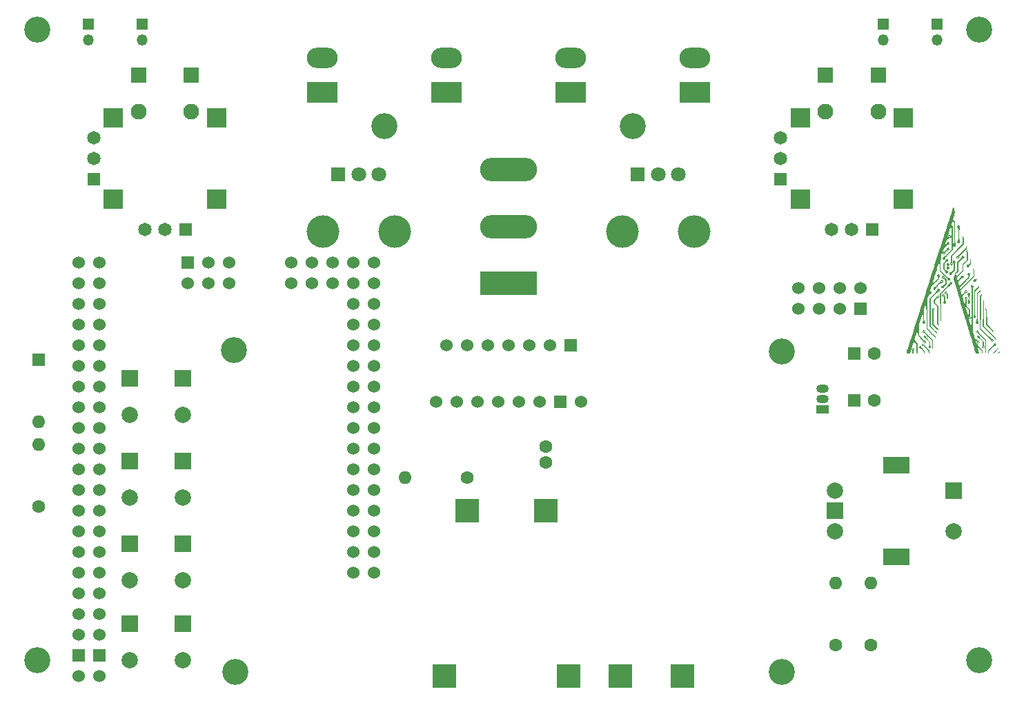
<source format=gbr>
%TF.GenerationSoftware,KiCad,Pcbnew,7.0.8*%
%TF.CreationDate,2023-11-09T04:02:46-05:00*%
%TF.ProjectId,RCTransmitterAecertRobotics,52435472-616e-4736-9d69-747465724165,rev?*%
%TF.SameCoordinates,Original*%
%TF.FileFunction,Soldermask,Top*%
%TF.FilePolarity,Negative*%
%FSLAX46Y46*%
G04 Gerber Fmt 4.6, Leading zero omitted, Abs format (unit mm)*
G04 Created by KiCad (PCBNEW 7.0.8) date 2023-11-09 04:02:46*
%MOMM*%
%LPD*%
G01*
G04 APERTURE LIST*
G04 Aperture macros list*
%AMRoundRect*
0 Rectangle with rounded corners*
0 $1 Rounding radius*
0 $2 $3 $4 $5 $6 $7 $8 $9 X,Y pos of 4 corners*
0 Add a 4 corners polygon primitive as box body*
4,1,4,$2,$3,$4,$5,$6,$7,$8,$9,$2,$3,0*
0 Add four circle primitives for the rounded corners*
1,1,$1+$1,$2,$3*
1,1,$1+$1,$4,$5*
1,1,$1+$1,$6,$7*
1,1,$1+$1,$8,$9*
0 Add four rect primitives between the rounded corners*
20,1,$1+$1,$2,$3,$4,$5,0*
20,1,$1+$1,$4,$5,$6,$7,0*
20,1,$1+$1,$6,$7,$8,$9,0*
20,1,$1+$1,$8,$9,$2,$3,0*%
G04 Aperture macros list end*
%ADD10C,1.524000*%
%ADD11R,1.524000X1.524000*%
%ADD12R,3.000000X3.000000*%
%ADD13C,1.600000*%
%ADD14C,3.200000*%
%ADD15R,3.800000X2.500000*%
%ADD16RoundRect,1.250000X0.650000X0.000000X-0.650000X0.000000X-0.650000X0.000000X0.650000X0.000000X0*%
%ADD17C,2.000000*%
%ADD18R,2.000000X2.000000*%
%ADD19R,3.200000X2.000000*%
%ADD20R,1.600000X1.600000*%
%ADD21O,1.600000X1.600000*%
%ADD22R,1.350000X1.350000*%
%ADD23O,1.350000X1.350000*%
%ADD24R,7.000000X2.900000*%
%ADD25O,7.000000X2.900000*%
%ADD26C,4.000000*%
%ADD27R,1.800000X1.800000*%
%ADD28C,1.800000*%
%ADD29O,1.500000X1.050000*%
%ADD30R,1.500000X1.050000*%
%ADD31C,1.650000*%
%ADD32R,1.650000X1.650000*%
%ADD33C,1.950000*%
%ADD34R,1.950000X1.950000*%
%ADD35R,2.400000X2.400000*%
G04 APERTURE END LIST*
%TO.C,G\u002A\u002A\u002A*%
G36*
X195592508Y-82103227D02*
G01*
X195618584Y-82172503D01*
X195654636Y-82277809D01*
X195696860Y-82408449D01*
X195697642Y-82410933D01*
X195804988Y-82751839D01*
X195657684Y-83191476D01*
X195510380Y-83631113D01*
X195657285Y-83775808D01*
X195804189Y-83920504D01*
X195804189Y-85276526D01*
X195804408Y-85602340D01*
X195805174Y-85873190D01*
X195806650Y-86094156D01*
X195809002Y-86270322D01*
X195812394Y-86406767D01*
X195816989Y-86508575D01*
X195822952Y-86580826D01*
X195830448Y-86628602D01*
X195839640Y-86656985D01*
X195849225Y-86669924D01*
X195888916Y-86737192D01*
X195889592Y-86822295D01*
X195853463Y-86899409D01*
X195827533Y-86923423D01*
X195737116Y-86965570D01*
X195659832Y-86950788D01*
X195596203Y-86891053D01*
X195544672Y-86808063D01*
X195543956Y-86785249D01*
X195659407Y-86785249D01*
X195663766Y-86802001D01*
X195704361Y-86843465D01*
X195759429Y-86843940D01*
X195790958Y-86817161D01*
X195789617Y-86771660D01*
X195770212Y-86743188D01*
X195718646Y-86720315D01*
X195674176Y-86738498D01*
X195659407Y-86785249D01*
X195543956Y-86785249D01*
X195542585Y-86741566D01*
X195589771Y-86674229D01*
X195594024Y-86669924D01*
X195608423Y-86653677D01*
X195620317Y-86632746D01*
X195629944Y-86601650D01*
X195637544Y-86554910D01*
X195643355Y-86487044D01*
X195647618Y-86392573D01*
X195650570Y-86266017D01*
X195652453Y-86101894D01*
X195653504Y-85894724D01*
X195653964Y-85639028D01*
X195654071Y-85329324D01*
X195654071Y-85294454D01*
X195654071Y-83979031D01*
X195564314Y-83893038D01*
X195506266Y-83842684D01*
X195468158Y-83819364D01*
X195462394Y-83819867D01*
X195448235Y-83852872D01*
X195422266Y-83927886D01*
X195389835Y-84029377D01*
X195386391Y-84040554D01*
X195322550Y-84248419D01*
X195398240Y-84327422D01*
X195473929Y-84406425D01*
X195473929Y-85891328D01*
X195473929Y-87376231D01*
X195023575Y-87825834D01*
X194866481Y-87984188D01*
X194748509Y-88107093D01*
X194664929Y-88200122D01*
X194611008Y-88268847D01*
X194582016Y-88318839D01*
X194573223Y-88355670D01*
X194573220Y-88356234D01*
X194547757Y-88452829D01*
X194477815Y-88514094D01*
X194392636Y-88531390D01*
X194309143Y-88505909D01*
X194242262Y-88442984D01*
X194216389Y-88372084D01*
X194338235Y-88372084D01*
X194344440Y-88397721D01*
X194379360Y-88438379D01*
X194429646Y-88421305D01*
X194444775Y-88407637D01*
X194465423Y-88356290D01*
X194446538Y-88308233D01*
X194406650Y-88291201D01*
X194354134Y-88315102D01*
X194338235Y-88372084D01*
X194216389Y-88372084D01*
X194213034Y-88362890D01*
X194212937Y-88358215D01*
X194235686Y-88301204D01*
X194290289Y-88241427D01*
X194356276Y-88196301D01*
X194413179Y-88183239D01*
X194417354Y-88184294D01*
X194448824Y-88178095D01*
X194502401Y-88143288D01*
X194582205Y-88076310D01*
X194692357Y-87973594D01*
X194836978Y-87831576D01*
X194912244Y-87756069D01*
X195353835Y-87310927D01*
X195353835Y-85898239D01*
X195353794Y-85528465D01*
X195353116Y-85216718D01*
X195350965Y-84960978D01*
X195346510Y-84759225D01*
X195338914Y-84609438D01*
X195327344Y-84509599D01*
X195310967Y-84457687D01*
X195288948Y-84451682D01*
X195260453Y-84489564D01*
X195224648Y-84569312D01*
X195180699Y-84688908D01*
X195127772Y-84846331D01*
X195065032Y-85039560D01*
X195036194Y-85128931D01*
X194972076Y-85327400D01*
X194913534Y-85508337D01*
X194863260Y-85663441D01*
X194823946Y-85784411D01*
X194798287Y-85862945D01*
X194789517Y-85889310D01*
X194796847Y-85902502D01*
X194837322Y-85875828D01*
X194853916Y-85861296D01*
X194908125Y-85794103D01*
X194918245Y-85738413D01*
X194920635Y-85719112D01*
X195028821Y-85719112D01*
X195033718Y-85759329D01*
X195079933Y-85765245D01*
X195088457Y-85764147D01*
X195142611Y-85740034D01*
X195158681Y-85709168D01*
X195137605Y-85672396D01*
X195091573Y-85665746D01*
X195046378Y-85687242D01*
X195028821Y-85719112D01*
X194920635Y-85719112D01*
X194925665Y-85678494D01*
X194966720Y-85608775D01*
X195024289Y-85551540D01*
X195079121Y-85529026D01*
X195141837Y-85545613D01*
X195197036Y-85575764D01*
X195252613Y-85644483D01*
X195262494Y-85726813D01*
X195232870Y-85806138D01*
X195169931Y-85865842D01*
X195080232Y-85889310D01*
X195006055Y-85915798D01*
X194904228Y-85995330D01*
X194850252Y-86047535D01*
X194776046Y-86127235D01*
X194720558Y-86201988D01*
X194674494Y-86288534D01*
X194628558Y-86403613D01*
X194588571Y-86518800D01*
X194546020Y-86646453D01*
X194511694Y-86751908D01*
X194489517Y-86822945D01*
X194483149Y-86847047D01*
X194502329Y-86836585D01*
X194551879Y-86793724D01*
X194601682Y-86746508D01*
X194689135Y-86641610D01*
X194728406Y-86547639D01*
X194729283Y-86540724D01*
X194732982Y-86531135D01*
X194850422Y-86531135D01*
X194863617Y-86583759D01*
X194901139Y-86609807D01*
X194903480Y-86609877D01*
X194940553Y-86585780D01*
X194953445Y-86562823D01*
X194954712Y-86507325D01*
X194924853Y-86471322D01*
X194881833Y-86472159D01*
X194869470Y-86481760D01*
X194850422Y-86531135D01*
X194732982Y-86531135D01*
X194766082Y-86445330D01*
X194817166Y-86392111D01*
X194880438Y-86354250D01*
X194932368Y-86355348D01*
X194967284Y-86371120D01*
X195046485Y-86427037D01*
X195079631Y-86495255D01*
X195083162Y-86537670D01*
X195056969Y-86615721D01*
X194990122Y-86675547D01*
X194902007Y-86699940D01*
X194900365Y-86699948D01*
X194842452Y-86718941D01*
X194759589Y-86778269D01*
X194647087Y-86881458D01*
X194610597Y-86917723D01*
X194507697Y-87024394D01*
X194436916Y-87109459D01*
X194386162Y-87191945D01*
X194343343Y-87290878D01*
X194305739Y-87397423D01*
X194217203Y-87659348D01*
X194302973Y-87595935D01*
X194371766Y-87557724D01*
X194427110Y-87547765D01*
X194432077Y-87549151D01*
X194480104Y-87539155D01*
X194545837Y-87492041D01*
X194615966Y-87422104D01*
X194677177Y-87343640D01*
X194716158Y-87270944D01*
X194723338Y-87236384D01*
X194727556Y-87221678D01*
X194850422Y-87221678D01*
X194863617Y-87274302D01*
X194901139Y-87300351D01*
X194903480Y-87300421D01*
X194940553Y-87276324D01*
X194953445Y-87253367D01*
X194954712Y-87197868D01*
X194924853Y-87161866D01*
X194881833Y-87162703D01*
X194869470Y-87172303D01*
X194850422Y-87221678D01*
X194727556Y-87221678D01*
X194748475Y-87148747D01*
X194811915Y-87088237D01*
X194895700Y-87061863D01*
X194981874Y-87076635D01*
X195033933Y-87115137D01*
X195077117Y-87197583D01*
X195076124Y-87285139D01*
X195060645Y-87318444D01*
X195011135Y-87363850D01*
X194943491Y-87397627D01*
X194884367Y-87407896D01*
X194870036Y-87403389D01*
X194828337Y-87409383D01*
X194766951Y-87452631D01*
X194698318Y-87519656D01*
X194634882Y-87596984D01*
X194589082Y-87671140D01*
X194573220Y-87724858D01*
X194549552Y-87817665D01*
X194489600Y-87878794D01*
X194409940Y-87903642D01*
X194327148Y-87887608D01*
X194257801Y-87826090D01*
X194250589Y-87814426D01*
X194208786Y-87741588D01*
X194338235Y-87741588D01*
X194344440Y-87767225D01*
X194379360Y-87807882D01*
X194429646Y-87790808D01*
X194444775Y-87777140D01*
X194465423Y-87725793D01*
X194446538Y-87677736D01*
X194406650Y-87660704D01*
X194354134Y-87684606D01*
X194338235Y-87741588D01*
X194208786Y-87741588D01*
X194200963Y-87727958D01*
X194117241Y-87987061D01*
X194092296Y-88065598D01*
X194072872Y-88134188D01*
X194058272Y-88201663D01*
X194047805Y-88276856D01*
X194040774Y-88368599D01*
X194036487Y-88485725D01*
X194034250Y-88637067D01*
X194033368Y-88831456D01*
X194033156Y-89057167D01*
X194032795Y-89868169D01*
X194491007Y-90325666D01*
X194651564Y-90484443D01*
X194776485Y-90604043D01*
X194871212Y-90689091D01*
X194941184Y-90744210D01*
X194991842Y-90774025D01*
X195028627Y-90783160D01*
X195029288Y-90783163D01*
X195123877Y-90808190D01*
X195186349Y-90874362D01*
X195203717Y-90948293D01*
X195179208Y-91034699D01*
X195117428Y-91091755D01*
X195035999Y-91114455D01*
X194952541Y-91097793D01*
X194885859Y-91038596D01*
X194855328Y-90972010D01*
X194854286Y-90954117D01*
X194968731Y-90954117D01*
X194974937Y-90979754D01*
X195012551Y-91017413D01*
X195062269Y-91017367D01*
X195091709Y-90985823D01*
X195093715Y-90921318D01*
X195060588Y-90878753D01*
X195037146Y-90873234D01*
X194984630Y-90897135D01*
X194968731Y-90954117D01*
X194854286Y-90954117D01*
X194852475Y-90923001D01*
X194836663Y-90888906D01*
X194780771Y-90817871D01*
X194688509Y-90714040D01*
X194563588Y-90581557D01*
X194409720Y-90424566D01*
X194375398Y-90390190D01*
X193882676Y-89898148D01*
X193879996Y-89327358D01*
X193877316Y-88756567D01*
X193742382Y-89161886D01*
X193678250Y-89355631D01*
X193606420Y-89574482D01*
X193530658Y-89806797D01*
X193454726Y-90040935D01*
X193382390Y-90265256D01*
X193317412Y-90468119D01*
X193263559Y-90637882D01*
X193224593Y-90762904D01*
X193222987Y-90768151D01*
X193190180Y-90873680D01*
X193145475Y-91015071D01*
X193095610Y-91171102D01*
X193061657Y-91276384D01*
X192955388Y-91604476D01*
X193328961Y-91231799D01*
X193478037Y-91080708D01*
X193586539Y-90962943D01*
X193658140Y-90871233D01*
X193696513Y-90798311D01*
X193705329Y-90736907D01*
X193688262Y-90679751D01*
X193648984Y-90619574D01*
X193642487Y-90611214D01*
X193600294Y-90545681D01*
X193584208Y-90499412D01*
X193708176Y-90499412D01*
X193712618Y-90525944D01*
X193753186Y-90566697D01*
X193808354Y-90566610D01*
X193839422Y-90540093D01*
X193840296Y-90494703D01*
X193806550Y-90452966D01*
X193759702Y-90433442D01*
X193728786Y-90444666D01*
X193708176Y-90499412D01*
X193584208Y-90499412D01*
X193582444Y-90494338D01*
X193582440Y-90493889D01*
X193607690Y-90432173D01*
X193668550Y-90373597D01*
X193742683Y-90337049D01*
X193772940Y-90332808D01*
X193858382Y-90357823D01*
X193915863Y-90421163D01*
X193939400Y-90505273D01*
X193923012Y-90592600D01*
X193880914Y-90649651D01*
X193832975Y-90724822D01*
X193827653Y-90804802D01*
X193827725Y-90839408D01*
X193818369Y-90875132D01*
X193794557Y-90918141D01*
X193751259Y-90974600D01*
X193683449Y-91050677D01*
X193586097Y-91152539D01*
X193454176Y-91286351D01*
X193348706Y-91392183D01*
X192861212Y-91880350D01*
X192784439Y-92130342D01*
X192751118Y-92242631D01*
X192727422Y-92329912D01*
X192716860Y-92378902D01*
X192717216Y-92384881D01*
X192819646Y-92437314D01*
X192878653Y-92480447D01*
X192906923Y-92526362D01*
X192916035Y-92574246D01*
X192901532Y-92674860D01*
X192840883Y-92741352D01*
X192744867Y-92764723D01*
X192663650Y-92783943D01*
X192593007Y-92845399D01*
X192528594Y-92954789D01*
X192466073Y-93117809D01*
X192458882Y-93140019D01*
X192382261Y-93380208D01*
X192381878Y-95181322D01*
X192381494Y-96982436D01*
X192910178Y-97511732D01*
X193075804Y-97678345D01*
X193202887Y-97808498D01*
X193295979Y-97907549D01*
X193359629Y-97980855D01*
X193398386Y-98033776D01*
X193416801Y-98071668D01*
X193419424Y-98099891D01*
X193417306Y-98108943D01*
X193407561Y-98126073D01*
X193389624Y-98129082D01*
X193358700Y-98113908D01*
X193309994Y-98076488D01*
X193238711Y-98012761D01*
X193140053Y-97918665D01*
X193009227Y-97790137D01*
X192841437Y-97623117D01*
X192828575Y-97610271D01*
X192261400Y-97043685D01*
X192258628Y-95422112D01*
X192255857Y-93800539D01*
X192124403Y-94190846D01*
X191992949Y-94581154D01*
X191992068Y-95310443D01*
X191992021Y-95539023D01*
X191992911Y-95715465D01*
X191995346Y-95847679D01*
X191999940Y-95943571D01*
X192007303Y-96011053D01*
X192018045Y-96058031D01*
X192032779Y-96092414D01*
X192052115Y-96122112D01*
X192055095Y-96126172D01*
X192099300Y-96223407D01*
X192092370Y-96314622D01*
X192036799Y-96385578D01*
X192006601Y-96402864D01*
X191921072Y-96415874D01*
X191848832Y-96383313D01*
X191799217Y-96319526D01*
X191782741Y-96244234D01*
X191871093Y-96244234D01*
X191887536Y-96314826D01*
X191929349Y-96334605D01*
X191985258Y-96299224D01*
X191992438Y-96290994D01*
X192014795Y-96246006D01*
X191988472Y-96201935D01*
X191983983Y-96197371D01*
X191927054Y-96167905D01*
X191884084Y-96191414D01*
X191871093Y-96244234D01*
X191782741Y-96244234D01*
X191781565Y-96238859D01*
X191805214Y-96155657D01*
X191826768Y-96126586D01*
X191843482Y-96098917D01*
X191855262Y-96053022D01*
X191862652Y-95980372D01*
X191866197Y-95872440D01*
X191866444Y-95720702D01*
X191864297Y-95539745D01*
X191856081Y-95003454D01*
X191607994Y-95783084D01*
X191359908Y-96562714D01*
X191360299Y-97207732D01*
X191360691Y-97852750D01*
X191680318Y-98173371D01*
X191807402Y-98297174D01*
X191912956Y-98392644D01*
X191991103Y-98454809D01*
X192035964Y-98478697D01*
X192040834Y-98478303D01*
X192093473Y-98482146D01*
X192156549Y-98511641D01*
X192217064Y-98581481D01*
X192228532Y-98666976D01*
X192188608Y-98747716D01*
X192184196Y-98752295D01*
X192106464Y-98794900D01*
X192021759Y-98791547D01*
X191948647Y-98749655D01*
X191905697Y-98676642D01*
X191902121Y-98647408D01*
X191993821Y-98647408D01*
X192008609Y-98698269D01*
X192023040Y-98710535D01*
X192085055Y-98722887D01*
X192128171Y-98688890D01*
X192135387Y-98638030D01*
X192104439Y-98584335D01*
X192066657Y-98574298D01*
X192016054Y-98597079D01*
X191993821Y-98647408D01*
X191902121Y-98647408D01*
X191901116Y-98639194D01*
X191877651Y-98585338D01*
X191807287Y-98494094D01*
X191690067Y-98365514D01*
X191571570Y-98244749D01*
X191242023Y-97916225D01*
X191233804Y-97441928D01*
X191225584Y-96967631D01*
X190997955Y-97680894D01*
X190926797Y-97905665D01*
X190873272Y-98079694D01*
X190835847Y-98209144D01*
X190812988Y-98300177D01*
X190803161Y-98358957D01*
X190804833Y-98391647D01*
X190816468Y-98404410D01*
X190817813Y-98404761D01*
X190904052Y-98450457D01*
X190959429Y-98530412D01*
X190970383Y-98588073D01*
X190998038Y-98674407D01*
X191075466Y-98769451D01*
X191180549Y-98871302D01*
X191180549Y-99465885D01*
X191180308Y-99668716D01*
X191179064Y-99819275D01*
X191176030Y-99925339D01*
X191170422Y-99994682D01*
X191161454Y-100035080D01*
X191148340Y-100054307D01*
X191130297Y-100060141D01*
X191120502Y-100060468D01*
X191099793Y-100058043D01*
X191084488Y-100045518D01*
X191073771Y-100015021D01*
X191066826Y-99958680D01*
X191062839Y-99868620D01*
X191060993Y-99736971D01*
X191060473Y-99555858D01*
X191060454Y-99480624D01*
X191060454Y-98900780D01*
X190977889Y-98822745D01*
X190863711Y-98753288D01*
X190780261Y-98734563D01*
X190665198Y-98724416D01*
X190448014Y-99399948D01*
X190230830Y-100075480D01*
X190015146Y-100084301D01*
X189897092Y-100086299D01*
X189829029Y-100079407D01*
X189801373Y-100062237D01*
X189799461Y-100053102D01*
X189808474Y-100019711D01*
X189834725Y-99932883D01*
X189877037Y-99796329D01*
X189934230Y-99613766D01*
X190005128Y-99388907D01*
X190088550Y-99125466D01*
X190183318Y-98827159D01*
X190259697Y-98587361D01*
X190732828Y-98587361D01*
X190747616Y-98638221D01*
X190762047Y-98650487D01*
X190824062Y-98662840D01*
X190867178Y-98628842D01*
X190874394Y-98577982D01*
X190843446Y-98524288D01*
X190805664Y-98514250D01*
X190755061Y-98537031D01*
X190732828Y-98587361D01*
X190259697Y-98587361D01*
X190288255Y-98497699D01*
X190402181Y-98140800D01*
X190523917Y-97760177D01*
X190652287Y-97359545D01*
X190786110Y-96942617D01*
X190807261Y-96876786D01*
X190947824Y-96439336D01*
X191104331Y-95952247D01*
X191274361Y-95423048D01*
X191455495Y-94859272D01*
X191645314Y-94268449D01*
X191841398Y-93658110D01*
X192041327Y-93035787D01*
X192183763Y-92592416D01*
X192689436Y-92592416D01*
X192709217Y-92626560D01*
X192760010Y-92655354D01*
X192809494Y-92642869D01*
X192831849Y-92595655D01*
X192831849Y-92595439D01*
X192807946Y-92548951D01*
X192755708Y-92530255D01*
X192705004Y-92549299D01*
X192689436Y-92592416D01*
X192183763Y-92592416D01*
X192242684Y-92409009D01*
X192443046Y-91785309D01*
X192639997Y-91172217D01*
X192831115Y-90577264D01*
X193013982Y-90007981D01*
X193121811Y-89672288D01*
X193355600Y-88944456D01*
X193571779Y-88271463D01*
X193771100Y-87650974D01*
X193954314Y-87080658D01*
X194122172Y-86558182D01*
X194275427Y-86081213D01*
X194414830Y-85647417D01*
X194541133Y-85254463D01*
X194655087Y-84900017D01*
X194757443Y-84581747D01*
X194848954Y-84297319D01*
X194930371Y-84044401D01*
X195002446Y-83820660D01*
X195065929Y-83623764D01*
X195121574Y-83451378D01*
X195170130Y-83301171D01*
X195212351Y-83170810D01*
X195248987Y-83057961D01*
X195280791Y-82960292D01*
X195308513Y-82875471D01*
X195332905Y-82801163D01*
X195354720Y-82735037D01*
X195374708Y-82674760D01*
X195393621Y-82617998D01*
X195412211Y-82562420D01*
X195419162Y-82541674D01*
X195471160Y-82387718D01*
X195516715Y-82255040D01*
X195552368Y-82153539D01*
X195574660Y-82093118D01*
X195580209Y-82080673D01*
X195592508Y-82103227D01*
G37*
G36*
X197292733Y-87374416D02*
G01*
X197307374Y-87392866D01*
X197312211Y-87444180D01*
X197289800Y-87468861D01*
X197249569Y-87523368D01*
X197256691Y-87575890D01*
X197308191Y-87605851D01*
X197309628Y-87606075D01*
X197333021Y-87611560D01*
X197349798Y-87625664D01*
X197360925Y-87656950D01*
X197367367Y-87713984D01*
X197370089Y-87805331D01*
X197370057Y-87939556D01*
X197368235Y-88125223D01*
X197368226Y-88126071D01*
X197362519Y-88636473D01*
X197078744Y-88922234D01*
X196794970Y-89207996D01*
X196794970Y-89597364D01*
X196794970Y-89986732D01*
X196400062Y-90382453D01*
X196005155Y-90778175D01*
X196044555Y-90923282D01*
X196069283Y-91009317D01*
X196088708Y-91068012D01*
X196095012Y-91081718D01*
X196119573Y-91068005D01*
X196176213Y-91020136D01*
X196254956Y-90946819D01*
X196300401Y-90902444D01*
X196403267Y-90794730D01*
X196465005Y-90714432D01*
X196492108Y-90652389D01*
X196494350Y-90631654D01*
X196599430Y-90631654D01*
X196605097Y-90650992D01*
X196642863Y-90689060D01*
X196693608Y-90689800D01*
X196730247Y-90656957D01*
X196734922Y-90633045D01*
X196713405Y-90582417D01*
X196679879Y-90572998D01*
X196613789Y-90587474D01*
X196599430Y-90631654D01*
X196494350Y-90631654D01*
X196494733Y-90628109D01*
X196521467Y-90545370D01*
X196588514Y-90480832D01*
X196676137Y-90453001D01*
X196681555Y-90452903D01*
X196751030Y-90478013D01*
X196815221Y-90538288D01*
X196852384Y-90611147D01*
X196855017Y-90633045D01*
X196829075Y-90709401D01*
X196765660Y-90775767D01*
X196686390Y-90811473D01*
X196666618Y-90813187D01*
X196618757Y-90833755D01*
X196543568Y-90888053D01*
X196452761Y-90964969D01*
X196358049Y-91053390D01*
X196271142Y-91142207D01*
X196203753Y-91220306D01*
X196167593Y-91276576D01*
X196164473Y-91289610D01*
X196172536Y-91334593D01*
X196193292Y-91416818D01*
X196221597Y-91518593D01*
X196252305Y-91622223D01*
X196280269Y-91710017D01*
X196300344Y-91764281D01*
X196304929Y-91772541D01*
X196328411Y-91755900D01*
X196388477Y-91702028D01*
X196479442Y-91616345D01*
X196595625Y-91504273D01*
X196731342Y-91371232D01*
X196871128Y-91232419D01*
X197050238Y-91052715D01*
X197189987Y-90909179D01*
X197293895Y-90795947D01*
X197365483Y-90707152D01*
X197408271Y-90636929D01*
X197425778Y-90579413D01*
X197421526Y-90528738D01*
X197399035Y-90479038D01*
X197361824Y-90424448D01*
X197358627Y-90420114D01*
X197316604Y-90356043D01*
X197311885Y-90323621D01*
X197430670Y-90323621D01*
X197436875Y-90349258D01*
X197474489Y-90386917D01*
X197524208Y-90386871D01*
X197553648Y-90355326D01*
X197555654Y-90290822D01*
X197522527Y-90248257D01*
X197499085Y-90242737D01*
X197446569Y-90266639D01*
X197430670Y-90323621D01*
X197311885Y-90323621D01*
X197309848Y-90309629D01*
X197334811Y-90252710D01*
X197337046Y-90248694D01*
X197401827Y-90180732D01*
X197483769Y-90155569D01*
X197566075Y-90169549D01*
X197631948Y-90219015D01*
X197664592Y-90300309D01*
X197665655Y-90320235D01*
X197643542Y-90395812D01*
X197605608Y-90444857D01*
X197558312Y-90517979D01*
X197545561Y-90616931D01*
X197544063Y-90653693D01*
X197536487Y-90688906D01*
X197518210Y-90728130D01*
X197484609Y-90776921D01*
X197431061Y-90840838D01*
X197352944Y-90925439D01*
X197245634Y-91036281D01*
X197104508Y-91178922D01*
X196945510Y-91338332D01*
X196345459Y-91939073D01*
X196380630Y-92053396D01*
X196415802Y-92167719D01*
X197235882Y-91348045D01*
X198055963Y-90528372D01*
X198055963Y-90204197D01*
X198054547Y-90055105D01*
X198048892Y-89952318D01*
X198036884Y-89882133D01*
X198016411Y-89830843D01*
X197992804Y-89794596D01*
X197958011Y-89723465D01*
X197948187Y-89651272D01*
X197963293Y-89597933D01*
X197993206Y-89582217D01*
X198011397Y-89608981D01*
X198041421Y-89680979D01*
X198078399Y-89785770D01*
X198102119Y-89859936D01*
X198147806Y-90022618D01*
X198173090Y-90157167D01*
X198182057Y-90290280D01*
X198181378Y-90377844D01*
X198174993Y-90618033D01*
X197319385Y-91474364D01*
X196463777Y-92330695D01*
X196539302Y-92583024D01*
X196573153Y-92697847D01*
X196599157Y-92789347D01*
X196613346Y-92843413D01*
X196614828Y-92851554D01*
X196634272Y-92839955D01*
X196685857Y-92794700D01*
X196759464Y-92724790D01*
X196779958Y-92704676D01*
X196878185Y-92598823D01*
X196931370Y-92518089D01*
X196944184Y-92466311D01*
X197044071Y-92466311D01*
X197048390Y-92491629D01*
X197095339Y-92522659D01*
X197149351Y-92510132D01*
X197175582Y-92476469D01*
X197173370Y-92423882D01*
X197135036Y-92396316D01*
X197083187Y-92406260D01*
X197069136Y-92417656D01*
X197044071Y-92466311D01*
X196944184Y-92466311D01*
X196945088Y-92462660D01*
X196968616Y-92373060D01*
X197027991Y-92312453D01*
X197106402Y-92288234D01*
X197187037Y-92307798D01*
X197225659Y-92339251D01*
X197270869Y-92426167D01*
X197266251Y-92517266D01*
X197213709Y-92592631D01*
X197200521Y-92602202D01*
X197133766Y-92632683D01*
X197084451Y-92635405D01*
X197043079Y-92647657D01*
X196974220Y-92697040D01*
X196889550Y-92775169D01*
X196889065Y-92775660D01*
X196808401Y-92860560D01*
X196762082Y-92923205D01*
X196740588Y-92982347D01*
X196734401Y-93056740D01*
X196734125Y-93080916D01*
X196743436Y-93174685D01*
X196770722Y-93315855D01*
X196813937Y-93495216D01*
X196871038Y-93703556D01*
X196876737Y-93723236D01*
X197020147Y-94216382D01*
X197028581Y-93831708D01*
X197030977Y-93666407D01*
X197029038Y-93550442D01*
X197021800Y-93473200D01*
X197008297Y-93424063D01*
X196988801Y-93393758D01*
X196950684Y-93312275D01*
X196952948Y-93290197D01*
X197039910Y-93290197D01*
X197060204Y-93339465D01*
X197107400Y-93360660D01*
X197117288Y-93359564D01*
X197167395Y-93324942D01*
X197179645Y-93297207D01*
X197165910Y-93246665D01*
X197119596Y-93220852D01*
X197066945Y-93232427D01*
X197059178Y-93239097D01*
X197039910Y-93290197D01*
X196952948Y-93290197D01*
X196959899Y-93222394D01*
X197012207Y-93146479D01*
X197039205Y-93127740D01*
X197101945Y-93100437D01*
X197153105Y-93109142D01*
X197196829Y-93134991D01*
X197257631Y-93205520D01*
X197276266Y-93295547D01*
X197249859Y-93381808D01*
X197230312Y-93405942D01*
X197210681Y-93438817D01*
X197197379Y-93497532D01*
X197189412Y-93591607D01*
X197185785Y-93730564D01*
X197185277Y-93836729D01*
X197185277Y-94222480D01*
X197395442Y-94431035D01*
X197605608Y-94639590D01*
X197605608Y-95024413D01*
X197606494Y-95186105D01*
X197610280Y-95299944D01*
X197618658Y-95378110D01*
X197633320Y-95432786D01*
X197655955Y-95476152D01*
X197671403Y-95498227D01*
X197715699Y-95596675D01*
X197704867Y-95686739D01*
X197642339Y-95756724D01*
X197588141Y-95782099D01*
X197496903Y-95812123D01*
X197648832Y-96322525D01*
X197800762Y-96832927D01*
X197808448Y-94433163D01*
X197809817Y-93997470D01*
X197810886Y-93617842D01*
X197811572Y-93290295D01*
X197811788Y-93010849D01*
X197811451Y-92775520D01*
X197810476Y-92580326D01*
X197808776Y-92421284D01*
X197806268Y-92294413D01*
X197802867Y-92195729D01*
X197798487Y-92121251D01*
X197793044Y-92066996D01*
X197786453Y-92028982D01*
X197778628Y-92003226D01*
X197769485Y-91985746D01*
X197758940Y-91972560D01*
X197755907Y-91969289D01*
X197705140Y-91883743D01*
X197703236Y-91844652D01*
X197795534Y-91844652D01*
X197827005Y-91883898D01*
X197877593Y-91894038D01*
X197926865Y-91871675D01*
X197935868Y-91837203D01*
X197914599Y-91780258D01*
X197866467Y-91761388D01*
X197815384Y-91789424D01*
X197795534Y-91844652D01*
X197703236Y-91844652D01*
X197701009Y-91798949D01*
X197733562Y-91725501D01*
X197792843Y-91673990D01*
X197868900Y-91655008D01*
X197951777Y-91679148D01*
X197995915Y-91713896D01*
X198040327Y-91771782D01*
X198055963Y-91814930D01*
X198038538Y-91865881D01*
X197996567Y-91931424D01*
X197995915Y-91932254D01*
X197985488Y-91946662D01*
X197976344Y-91964210D01*
X197968397Y-91988702D01*
X197961565Y-92023945D01*
X197955763Y-92073743D01*
X197950907Y-92141903D01*
X197946913Y-92232228D01*
X197943697Y-92348525D01*
X197941174Y-92494599D01*
X197939261Y-92674256D01*
X197937873Y-92891300D01*
X197936926Y-93149537D01*
X197936336Y-93452772D01*
X197936019Y-93804811D01*
X197935891Y-94209459D01*
X197935868Y-94648357D01*
X197935868Y-97288122D01*
X198055963Y-97688600D01*
X198099357Y-97834135D01*
X198135773Y-97957835D01*
X198162085Y-98048970D01*
X198175172Y-98096810D01*
X198176057Y-98101234D01*
X198195310Y-98127025D01*
X198246527Y-98184960D01*
X198319899Y-98264050D01*
X198345757Y-98291302D01*
X198450639Y-98393265D01*
X198530064Y-98450843D01*
X198591829Y-98469651D01*
X198593452Y-98469675D01*
X198682490Y-98483257D01*
X198742854Y-98532638D01*
X198774169Y-98583817D01*
X198791313Y-98664564D01*
X198763219Y-98732461D01*
X198704457Y-98780048D01*
X198629595Y-98799866D01*
X198553200Y-98784456D01*
X198491316Y-98728646D01*
X198462421Y-98662395D01*
X198461295Y-98615114D01*
X198459657Y-98608127D01*
X198554047Y-98608127D01*
X198555391Y-98665721D01*
X198586703Y-98719243D01*
X198626412Y-98739428D01*
X198662760Y-98719137D01*
X198683301Y-98698198D01*
X198703674Y-98638151D01*
X198681482Y-98583457D01*
X198627032Y-98559288D01*
X198626412Y-98559286D01*
X198571100Y-98583270D01*
X198554047Y-98608127D01*
X198459657Y-98608127D01*
X198450561Y-98569340D01*
X198401638Y-98502437D01*
X198368451Y-98468271D01*
X198317170Y-98419863D01*
X198286690Y-98397203D01*
X198276217Y-98406951D01*
X198284955Y-98455770D01*
X198312109Y-98550323D01*
X198345552Y-98660076D01*
X198385171Y-98769539D01*
X198426372Y-98833447D01*
X198474672Y-98864613D01*
X198556272Y-98912381D01*
X198591559Y-98985287D01*
X198595928Y-99040227D01*
X198609857Y-99087102D01*
X198654243Y-99154032D01*
X198733698Y-99246763D01*
X198852831Y-99371038D01*
X198896624Y-99414960D01*
X199196861Y-99714070D01*
X199196861Y-99887269D01*
X199194492Y-99985508D01*
X199184159Y-100037740D01*
X199161022Y-100057923D01*
X199136814Y-100060468D01*
X199101528Y-100052982D01*
X199083493Y-100020878D01*
X199077217Y-99949687D01*
X199076766Y-99902251D01*
X199076766Y-99744034D01*
X198788485Y-99459402D01*
X198685711Y-99360822D01*
X198601669Y-99285786D01*
X198543354Y-99240096D01*
X198517762Y-99229554D01*
X198517702Y-99234818D01*
X198532670Y-99285968D01*
X198560610Y-99381253D01*
X198597567Y-99507197D01*
X198639588Y-99650322D01*
X198640853Y-99654629D01*
X198681302Y-99795279D01*
X198714596Y-99916601D01*
X198737424Y-100006126D01*
X198746474Y-100051384D01*
X198746506Y-100052442D01*
X198719713Y-100073239D01*
X198651308Y-100086503D01*
X198559257Y-100092211D01*
X198461524Y-100090343D01*
X198376073Y-100080878D01*
X198320870Y-100063793D01*
X198310422Y-100052962D01*
X198299393Y-100017633D01*
X198272942Y-99930315D01*
X198232737Y-99796581D01*
X198180445Y-99622007D01*
X198117733Y-99412168D01*
X198046269Y-99172637D01*
X197988030Y-98977161D01*
X198446270Y-98977161D01*
X198456174Y-99027075D01*
X198465460Y-99054738D01*
X198487136Y-99085810D01*
X198507718Y-99067422D01*
X198519459Y-99007872D01*
X198515339Y-98989845D01*
X198486283Y-98954976D01*
X198455225Y-98954439D01*
X198446270Y-98977161D01*
X197988030Y-98977161D01*
X197967719Y-98908990D01*
X197883752Y-98626801D01*
X197859214Y-98544274D01*
X197763781Y-98223261D01*
X197664953Y-97890850D01*
X197565752Y-97557208D01*
X197469202Y-97232503D01*
X197378326Y-96926902D01*
X197296149Y-96650573D01*
X197225692Y-96413683D01*
X197180713Y-96262477D01*
X197070039Y-95890392D01*
X196988533Y-95616239D01*
X197485513Y-95616239D01*
X197505950Y-95673100D01*
X197554944Y-95686083D01*
X197604536Y-95658405D01*
X197632410Y-95620538D01*
X197614116Y-95583206D01*
X197599911Y-95568381D01*
X197542289Y-95537604D01*
X197499180Y-95560389D01*
X197485513Y-95616239D01*
X196988533Y-95616239D01*
X196972258Y-95561495D01*
X196883108Y-95261428D01*
X196798326Y-94975837D01*
X196713649Y-94690363D01*
X196624815Y-94390651D01*
X196595130Y-94290454D01*
X197047268Y-94290454D01*
X197137118Y-94594716D01*
X197211984Y-94845704D01*
X197273323Y-95047897D01*
X197322597Y-95205774D01*
X197361265Y-95323811D01*
X197390787Y-95406488D01*
X197412622Y-95458283D01*
X197428231Y-95483674D01*
X197437596Y-95487874D01*
X197453237Y-95452916D01*
X197465818Y-95362105D01*
X197474906Y-95219575D01*
X197478937Y-95092211D01*
X197487373Y-94707471D01*
X197259887Y-94473707D01*
X197170501Y-94384788D01*
X197100371Y-94320685D01*
X197057079Y-94287933D01*
X197047268Y-94290454D01*
X196595130Y-94290454D01*
X196574514Y-94220870D01*
X196450504Y-93802551D01*
X196330292Y-93397660D01*
X196215065Y-93010163D01*
X196106011Y-92644022D01*
X196004315Y-92303200D01*
X195911164Y-91991661D01*
X195827746Y-91713369D01*
X195755246Y-91472287D01*
X195694852Y-91272378D01*
X195647751Y-91117605D01*
X195615128Y-91011933D01*
X195598170Y-90959325D01*
X195597109Y-90956408D01*
X195583964Y-90888859D01*
X195594645Y-90802174D01*
X195622955Y-90702305D01*
X195665122Y-90568985D01*
X195710570Y-90421696D01*
X195732875Y-90347820D01*
X195811023Y-90166561D01*
X195915502Y-90029458D01*
X196044379Y-89891238D01*
X196044379Y-89353264D01*
X196044379Y-88815289D01*
X196299580Y-88561414D01*
X196431936Y-88423427D01*
X196516277Y-88320501D01*
X196552986Y-88252155D01*
X196554780Y-88239322D01*
X196557320Y-88231154D01*
X196674875Y-88231154D01*
X196696105Y-88281332D01*
X196734922Y-88291201D01*
X196785101Y-88269971D01*
X196794970Y-88231154D01*
X196773740Y-88180975D01*
X196734922Y-88171106D01*
X196684744Y-88192336D01*
X196674875Y-88231154D01*
X196557320Y-88231154D01*
X196579592Y-88159519D01*
X196640236Y-88090138D01*
X196716024Y-88052804D01*
X196734922Y-88051012D01*
X196807072Y-88075190D01*
X196873735Y-88133230D01*
X196912329Y-88203387D01*
X196915064Y-88224473D01*
X196890027Y-88312597D01*
X196827263Y-88381424D01*
X196745289Y-88411184D01*
X196740063Y-88411295D01*
X196690846Y-88422635D01*
X196628076Y-88460714D01*
X196543697Y-88531618D01*
X196429657Y-88641434D01*
X196411505Y-88659618D01*
X196164473Y-88907940D01*
X196164473Y-89446794D01*
X196164473Y-89985648D01*
X196010987Y-90141065D01*
X195939182Y-90213607D01*
X195895628Y-90266269D01*
X195877764Y-90315235D01*
X195883024Y-90376690D01*
X195908846Y-90466821D01*
X195942848Y-90571260D01*
X195969033Y-90569022D01*
X196034184Y-90521547D01*
X196138032Y-90429061D01*
X196280313Y-90291788D01*
X196315863Y-90256481D01*
X196674875Y-89898404D01*
X196674875Y-89522046D01*
X196674875Y-89145689D01*
X196960100Y-88861650D01*
X197245324Y-88577611D01*
X197245324Y-88153835D01*
X197244632Y-87984396D01*
X197241680Y-87864543D01*
X197235156Y-87783824D01*
X197223747Y-87731784D01*
X197206139Y-87697972D01*
X197185277Y-87675716D01*
X197132973Y-87594144D01*
X197130216Y-87503155D01*
X197175715Y-87422912D01*
X197202851Y-87401064D01*
X197260553Y-87369335D01*
X197292733Y-87374416D01*
G37*
G36*
X190649033Y-99373642D02*
G01*
X190719944Y-99415422D01*
X190767236Y-99481757D01*
X190775993Y-99562097D01*
X190765120Y-99596331D01*
X190730113Y-99650987D01*
X190700814Y-99670161D01*
X190684375Y-99697942D01*
X190673491Y-99772517D01*
X190670147Y-99865314D01*
X190668275Y-99970928D01*
X190659939Y-100029811D01*
X190641056Y-100055230D01*
X190610100Y-100060468D01*
X190577358Y-100054274D01*
X190559236Y-100026771D01*
X190551537Y-99964582D01*
X190550052Y-99868991D01*
X190543590Y-99740817D01*
X190523211Y-99663832D01*
X190505017Y-99640137D01*
X190469238Y-99577470D01*
X190464680Y-99522779D01*
X190534061Y-99522779D01*
X190537150Y-99559747D01*
X190578410Y-99601217D01*
X190637178Y-99606280D01*
X190684408Y-99574369D01*
X190690207Y-99562750D01*
X190685491Y-99506297D01*
X190659241Y-99466245D01*
X190616693Y-99433557D01*
X190581094Y-99447062D01*
X190563961Y-99463243D01*
X190534061Y-99522779D01*
X190464680Y-99522779D01*
X190462221Y-99493266D01*
X190485190Y-99419346D01*
X190496010Y-99405953D01*
X190569416Y-99366968D01*
X190649033Y-99373642D01*
G37*
G36*
X191597231Y-99155848D02*
G01*
X191661613Y-99219560D01*
X191690782Y-99298933D01*
X191690951Y-99305013D01*
X191705640Y-99364713D01*
X191754067Y-99438789D01*
X191842768Y-99536679D01*
X191871093Y-99565078D01*
X191959070Y-99653990D01*
X192012429Y-99717422D01*
X192039812Y-99771534D01*
X192049863Y-99832487D01*
X192051234Y-99901904D01*
X192046879Y-99999242D01*
X192031681Y-100048293D01*
X192006199Y-100060468D01*
X191975840Y-100041926D01*
X191962538Y-99979506D01*
X191961163Y-99931928D01*
X191957155Y-99863193D01*
X191939105Y-99806834D01*
X191897978Y-99747213D01*
X191824738Y-99668696D01*
X191787657Y-99631691D01*
X191678758Y-99532085D01*
X191596349Y-99476602D01*
X191534601Y-99459995D01*
X191443919Y-99436521D01*
X191380348Y-99376306D01*
X191360691Y-99307732D01*
X191366011Y-99291846D01*
X191454949Y-99291846D01*
X191462470Y-99357131D01*
X191498290Y-99394995D01*
X191544031Y-99389260D01*
X191578866Y-99347901D01*
X191585868Y-99309877D01*
X191566463Y-99244869D01*
X191533236Y-99225504D01*
X191481436Y-99239572D01*
X191454949Y-99291846D01*
X191366011Y-99291846D01*
X191382311Y-99243174D01*
X191433501Y-99178065D01*
X191493749Y-99135445D01*
X191519140Y-99129735D01*
X191597231Y-99155848D01*
G37*
G36*
X191957895Y-98883679D02*
G01*
X192011938Y-98940873D01*
X192043305Y-99008189D01*
X192042133Y-99050101D01*
X192056594Y-99087223D01*
X192110304Y-99158427D01*
X192198030Y-99257451D01*
X192314544Y-99378037D01*
X192324056Y-99387535D01*
X192621684Y-99684046D01*
X192621684Y-99872257D01*
X192618482Y-99979490D01*
X192607079Y-100038189D01*
X192584782Y-100059613D01*
X192576648Y-100060468D01*
X192548657Y-100044763D01*
X192534772Y-99990172D01*
X192531613Y-99906306D01*
X192530464Y-99842525D01*
X192522545Y-99791608D01*
X192501152Y-99742967D01*
X192459577Y-99686013D01*
X192391113Y-99610159D01*
X192289055Y-99504816D01*
X192255869Y-99470963D01*
X192132898Y-99348512D01*
X192041532Y-99265382D01*
X191974051Y-99215516D01*
X191922738Y-99192852D01*
X191897730Y-99189782D01*
X191800104Y-99164515D01*
X191738470Y-99094749D01*
X191728060Y-99043462D01*
X191797562Y-99043462D01*
X191831560Y-99086577D01*
X191882420Y-99093793D01*
X191936114Y-99062845D01*
X191946152Y-99025064D01*
X191923371Y-98974460D01*
X191873041Y-98952227D01*
X191822181Y-98967015D01*
X191809915Y-98981446D01*
X191797562Y-99043462D01*
X191728060Y-99043462D01*
X191720974Y-99008552D01*
X191746373Y-98923348D01*
X191817713Y-98872058D01*
X191898450Y-98859522D01*
X191957895Y-98883679D01*
G37*
G36*
X198554215Y-97226327D02*
G01*
X198595479Y-97252435D01*
X198642134Y-97322693D01*
X198656435Y-97385863D01*
X198665747Y-97421890D01*
X198696614Y-97473010D01*
X198753435Y-97544334D01*
X198840609Y-97640969D01*
X198962535Y-97768025D01*
X199123612Y-97930612D01*
X199136814Y-97943801D01*
X199617192Y-98423476D01*
X199617192Y-99241972D01*
X199616827Y-99487919D01*
X199615498Y-99680152D01*
X199612859Y-99825001D01*
X199608561Y-99928797D01*
X199602254Y-99997871D01*
X199593592Y-100038551D01*
X199582225Y-100057170D01*
X199572156Y-100060468D01*
X199558376Y-100053751D01*
X199547666Y-100029298D01*
X199539656Y-99980656D01*
X199533978Y-99901371D01*
X199530261Y-99784988D01*
X199528135Y-99625056D01*
X199527231Y-99415119D01*
X199527121Y-99274466D01*
X199527121Y-98488464D01*
X199055470Y-98013473D01*
X198892550Y-97850893D01*
X198765296Y-97727725D01*
X198668455Y-97639441D01*
X198596773Y-97581507D01*
X198544995Y-97549393D01*
X198507867Y-97538568D01*
X198504686Y-97538482D01*
X198413097Y-97514891D01*
X198352783Y-97454191D01*
X198336510Y-97375325D01*
X198424128Y-97375325D01*
X198446587Y-97433782D01*
X198481722Y-97471082D01*
X198509734Y-97467956D01*
X198550244Y-97430219D01*
X198581148Y-97382258D01*
X198563725Y-97340148D01*
X198512124Y-97303784D01*
X198486687Y-97298293D01*
X198439862Y-97321716D01*
X198424128Y-97375325D01*
X198336510Y-97375325D01*
X198335719Y-97371491D01*
X198343752Y-97335448D01*
X198395779Y-97257575D01*
X198472178Y-97219142D01*
X198554215Y-97226327D01*
G37*
G36*
X200724004Y-98823236D02*
G01*
X200790494Y-98882174D01*
X200818123Y-98957772D01*
X200818137Y-98959463D01*
X200792696Y-99027749D01*
X200731178Y-99090269D01*
X200655790Y-99126816D01*
X200631002Y-99129735D01*
X200576211Y-99152639D01*
X200485390Y-99221607D01*
X200358069Y-99337023D01*
X200255707Y-99436941D01*
X199947452Y-99744147D01*
X199947452Y-99902307D01*
X199944609Y-99995261D01*
X199932417Y-100042763D01*
X199905381Y-100059284D01*
X199887405Y-100060468D01*
X199854437Y-100054168D01*
X199836312Y-100026282D01*
X199828728Y-99963329D01*
X199827357Y-99872308D01*
X199827357Y-99684148D01*
X200157617Y-99354912D01*
X200293858Y-99216364D01*
X200390019Y-99111547D01*
X200451008Y-99034422D01*
X200481735Y-98978950D01*
X200482276Y-98976275D01*
X200570975Y-98976275D01*
X200606334Y-99020530D01*
X200663493Y-99033353D01*
X200665258Y-99033035D01*
X200704588Y-98999788D01*
X200713055Y-98964605D01*
X200690051Y-98913839D01*
X200639222Y-98892448D01*
X200587837Y-98908675D01*
X200575758Y-98923114D01*
X200570975Y-98976275D01*
X200482276Y-98976275D01*
X200487877Y-98948604D01*
X200509624Y-98857660D01*
X200574374Y-98808582D01*
X200639347Y-98799475D01*
X200724004Y-98823236D01*
G37*
G36*
X201143134Y-99350349D02*
G01*
X201139371Y-99384217D01*
X201108232Y-99435785D01*
X201045404Y-99510970D01*
X200946576Y-99615692D01*
X200825153Y-99738226D01*
X200684172Y-99875563D01*
X200577336Y-99971802D01*
X200499418Y-100031180D01*
X200445190Y-100057936D01*
X200427790Y-100060468D01*
X200406389Y-100055018D01*
X200406586Y-100035131D01*
X200432624Y-99995504D01*
X200488740Y-99930831D01*
X200579174Y-99835809D01*
X200708166Y-99705134D01*
X200726469Y-99686774D01*
X200848369Y-99566730D01*
X200956375Y-99464428D01*
X201043242Y-99386405D01*
X201101722Y-99339200D01*
X201123832Y-99328262D01*
X201143134Y-99350349D01*
G37*
G36*
X201298465Y-99836238D02*
G01*
X201298516Y-99841154D01*
X201273977Y-99907989D01*
X201213553Y-99979016D01*
X201137029Y-100035929D01*
X201064194Y-100060421D01*
X201061470Y-100060468D01*
X201023035Y-100057881D01*
X201014284Y-100043697D01*
X201039275Y-100008283D01*
X201102064Y-99942006D01*
X201118374Y-99925362D01*
X201205473Y-99840823D01*
X201260438Y-99799698D01*
X201289393Y-99799125D01*
X201298465Y-99836238D01*
G37*
G36*
X192009446Y-97233717D02*
G01*
X192071920Y-97295441D01*
X192108376Y-97371252D01*
X192111282Y-97396222D01*
X192128095Y-97437920D01*
X192180088Y-97508750D01*
X192269589Y-97611367D01*
X192398929Y-97748426D01*
X192570436Y-97922581D01*
X192591660Y-97943801D01*
X193072038Y-98423476D01*
X193070204Y-98859170D01*
X193067424Y-99055480D01*
X193060156Y-99204738D01*
X193047175Y-99319852D01*
X193027259Y-99413730D01*
X193013237Y-99459995D01*
X192958104Y-99625125D01*
X192955024Y-99054324D01*
X192951944Y-98483523D01*
X192478730Y-98011003D01*
X192312633Y-97846827D01*
X192182557Y-97722425D01*
X192083626Y-97633605D01*
X192010965Y-97576172D01*
X191959697Y-97545934D01*
X191929297Y-97538482D01*
X191838814Y-97516562D01*
X191789975Y-97451460D01*
X191781856Y-97393014D01*
X191875091Y-97393014D01*
X191896241Y-97444071D01*
X191905668Y-97451234D01*
X191956489Y-97454964D01*
X191999307Y-97419371D01*
X192014995Y-97364140D01*
X192010395Y-97343438D01*
X191969351Y-97306060D01*
X191939081Y-97303925D01*
X191891523Y-97336811D01*
X191875091Y-97393014D01*
X191781856Y-97393014D01*
X191781022Y-97387013D01*
X191804783Y-97302355D01*
X191863721Y-97235865D01*
X191939318Y-97208236D01*
X191941010Y-97208222D01*
X192009446Y-97233717D01*
G37*
G36*
X192109049Y-97852832D02*
G01*
X192152857Y-97878726D01*
X192218223Y-97949624D01*
X192231376Y-98012709D01*
X192242019Y-98060990D01*
X192278061Y-98121796D01*
X192345671Y-98203260D01*
X192451018Y-98313514D01*
X192486577Y-98349120D01*
X192741778Y-98602996D01*
X192741778Y-98839112D01*
X192744963Y-98970078D01*
X192756661Y-99057951D01*
X192780084Y-99119449D01*
X192801825Y-99151566D01*
X192844405Y-99221672D01*
X192861873Y-99281758D01*
X192835253Y-99357173D01*
X192768950Y-99412451D01*
X192696743Y-99429972D01*
X192619958Y-99410440D01*
X192578793Y-99382792D01*
X192535743Y-99305150D01*
X192543150Y-99261822D01*
X192625871Y-99261822D01*
X192633392Y-99327108D01*
X192669212Y-99364971D01*
X192714953Y-99359236D01*
X192749788Y-99317878D01*
X192756790Y-99279853D01*
X192737385Y-99214845D01*
X192704158Y-99195481D01*
X192652358Y-99209548D01*
X192625871Y-99261822D01*
X192543150Y-99261822D01*
X192551022Y-99215775D01*
X192591660Y-99151566D01*
X192628529Y-99086163D01*
X192647100Y-98997842D01*
X192651707Y-98883444D01*
X192651707Y-98691660D01*
X192389778Y-98430320D01*
X192268086Y-98312256D01*
X192177824Y-98233527D01*
X192111066Y-98188112D01*
X192059885Y-98169994D01*
X192045563Y-98168979D01*
X191965743Y-98145612D01*
X191918061Y-98086946D01*
X191906537Y-98016912D01*
X191993821Y-98016912D01*
X192008609Y-98067772D01*
X192023040Y-98080038D01*
X192085055Y-98092391D01*
X192128171Y-98058393D01*
X192135387Y-98007533D01*
X192104439Y-97953839D01*
X192066657Y-97943801D01*
X192016054Y-97966582D01*
X191993821Y-98016912D01*
X191906537Y-98016912D01*
X191905420Y-98010127D01*
X191930721Y-97932305D01*
X191995233Y-97871532D01*
X192057946Y-97844181D01*
X192109049Y-97852832D01*
G37*
G36*
X198687193Y-97854988D02*
G01*
X198754958Y-97905388D01*
X198777408Y-97946110D01*
X198793238Y-98015427D01*
X198790285Y-98056343D01*
X198804911Y-98090724D01*
X198855345Y-98157324D01*
X198933923Y-98246940D01*
X199032980Y-98350370D01*
X199046329Y-98363720D01*
X199316955Y-98633093D01*
X199316955Y-98881414D01*
X199319766Y-98995018D01*
X199327251Y-99081310D01*
X199337993Y-99126319D01*
X199342160Y-99129735D01*
X199381047Y-99155576D01*
X199405618Y-99217551D01*
X199409961Y-99292339D01*
X199396237Y-99343116D01*
X199344007Y-99396491D01*
X199267542Y-99424530D01*
X199191446Y-99422223D01*
X199146423Y-99393975D01*
X199100285Y-99305006D01*
X199108879Y-99238623D01*
X199184543Y-99238623D01*
X199185887Y-99296217D01*
X199217200Y-99349740D01*
X199256908Y-99369924D01*
X199293257Y-99349633D01*
X199313797Y-99328694D01*
X199334171Y-99268647D01*
X199311978Y-99213953D01*
X199257529Y-99189785D01*
X199256908Y-99189782D01*
X199201596Y-99213766D01*
X199184543Y-99238623D01*
X199108879Y-99238623D01*
X199110912Y-99222915D01*
X199138491Y-99179457D01*
X199171358Y-99122638D01*
X199189563Y-99045865D01*
X199196480Y-98932066D01*
X199196861Y-98884148D01*
X199196861Y-98663043D01*
X198948539Y-98416011D01*
X198828638Y-98300556D01*
X198739730Y-98224878D01*
X198673884Y-98183031D01*
X198623168Y-98169071D01*
X198618971Y-98168979D01*
X198533584Y-98143287D01*
X198477956Y-98078026D01*
X198467305Y-98012206D01*
X198543825Y-98012206D01*
X198558896Y-98054595D01*
X198565114Y-98062389D01*
X198606981Y-98100853D01*
X198626412Y-98108931D01*
X198662092Y-98088515D01*
X198687710Y-98062389D01*
X198709700Y-98018176D01*
X198684488Y-97974232D01*
X198676374Y-97965884D01*
X198634165Y-97932224D01*
X198599457Y-97944187D01*
X198576449Y-97965884D01*
X198543825Y-98012206D01*
X198467305Y-98012206D01*
X198463860Y-97990917D01*
X198473776Y-97950423D01*
X198527432Y-97877777D01*
X198604961Y-97845875D01*
X198687193Y-97854988D01*
G37*
G36*
X199048472Y-92821190D02*
G01*
X199061568Y-92854205D01*
X199059155Y-92931066D01*
X199023386Y-92984949D01*
X199011562Y-92999749D01*
X199001369Y-93019162D01*
X198992638Y-93047628D01*
X198985203Y-93089586D01*
X198978894Y-93149479D01*
X198973545Y-93231745D01*
X198968988Y-93340826D01*
X198965055Y-93481161D01*
X198961578Y-93657191D01*
X198958390Y-93873355D01*
X198955322Y-94134096D01*
X198952208Y-94443852D01*
X198948879Y-94807064D01*
X198947140Y-95003381D01*
X198929944Y-96956815D01*
X199596567Y-97622944D01*
X199768825Y-97793390D01*
X199926535Y-97946184D01*
X200064582Y-98076602D01*
X200177854Y-98179919D01*
X200261238Y-98251410D01*
X200309620Y-98286352D01*
X200317460Y-98289073D01*
X200416548Y-98311262D01*
X200473912Y-98376009D01*
X200487877Y-98454203D01*
X200463993Y-98545397D01*
X200403598Y-98603484D01*
X200323579Y-98621831D01*
X200240821Y-98593805D01*
X200207306Y-98564428D01*
X200167499Y-98491024D01*
X200161060Y-98455545D01*
X200252002Y-98455545D01*
X200276418Y-98505389D01*
X200332812Y-98529177D01*
X200336817Y-98529262D01*
X200387502Y-98508645D01*
X200397806Y-98468273D01*
X200376256Y-98410394D01*
X200327283Y-98383787D01*
X200274404Y-98400595D01*
X200271707Y-98403163D01*
X200252002Y-98455545D01*
X200161060Y-98455545D01*
X200157617Y-98436577D01*
X200146609Y-98403880D01*
X200111388Y-98351341D01*
X200048665Y-98275315D01*
X199955148Y-98172159D01*
X199827545Y-98038229D01*
X199662566Y-97869879D01*
X199482085Y-97688600D01*
X198806554Y-97013569D01*
X198806554Y-95015334D01*
X198806554Y-93017099D01*
X198923627Y-92902780D01*
X198991111Y-92838793D01*
X199028610Y-92813046D01*
X199048472Y-92821190D01*
G37*
G36*
X199235748Y-93419285D02*
G01*
X199245874Y-93441184D01*
X199256908Y-93470279D01*
X199269439Y-93507884D01*
X199279954Y-93550563D01*
X199288638Y-93603676D01*
X199295679Y-93672587D01*
X199301259Y-93762658D01*
X199305566Y-93879251D01*
X199308785Y-94027727D01*
X199311100Y-94213450D01*
X199312697Y-94441781D01*
X199313762Y-94718083D01*
X199314480Y-95047718D01*
X199314628Y-95139893D01*
X199316955Y-96659389D01*
X200024753Y-97391666D01*
X200243074Y-97619178D01*
X200421141Y-97808693D01*
X200561948Y-97963866D01*
X200668494Y-98088355D01*
X200743774Y-98185814D01*
X200790784Y-98259900D01*
X200812520Y-98314270D01*
X200812062Y-98352336D01*
X200789994Y-98337670D01*
X200731017Y-98284034D01*
X200639655Y-98195920D01*
X200520435Y-98077820D01*
X200377879Y-97934225D01*
X200216513Y-97769628D01*
X200040861Y-97588520D01*
X200000270Y-97546409D01*
X199197695Y-96712832D01*
X199199605Y-95016496D01*
X199200044Y-94655052D01*
X199200586Y-94349455D01*
X199201386Y-94095506D01*
X199202599Y-93889005D01*
X199204382Y-93725753D01*
X199206889Y-93601551D01*
X199210277Y-93512197D01*
X199214702Y-93453494D01*
X199220318Y-93421240D01*
X199227282Y-93411237D01*
X199235748Y-93419285D01*
G37*
G36*
X193869622Y-92137781D02*
G01*
X193893035Y-92159109D01*
X193938727Y-92244537D01*
X193933960Y-92328479D01*
X193886927Y-92396571D01*
X193805820Y-92434451D01*
X193735320Y-92435615D01*
X193702500Y-92454233D01*
X193634447Y-92509674D01*
X193537917Y-92595837D01*
X193419669Y-92706623D01*
X193286460Y-92835932D01*
X193232424Y-92889555D01*
X192771802Y-93349458D01*
X192771802Y-95011277D01*
X192771802Y-96673096D01*
X193176845Y-97098283D01*
X193333144Y-97264990D01*
X193448699Y-97394917D01*
X193526571Y-97492353D01*
X193569824Y-97561588D01*
X193581517Y-97606912D01*
X193564714Y-97632615D01*
X193559922Y-97635045D01*
X193533319Y-97617461D01*
X193471438Y-97562635D01*
X193380614Y-97476615D01*
X193267179Y-97365452D01*
X193137466Y-97235197D01*
X193079544Y-97176137D01*
X192621684Y-96707193D01*
X192621684Y-95013336D01*
X192621684Y-93319478D01*
X193114405Y-92827436D01*
X193273679Y-92665991D01*
X193404756Y-92528214D01*
X193503925Y-92418251D01*
X193567475Y-92340246D01*
X193591696Y-92298343D01*
X193591482Y-92294626D01*
X193593239Y-92270806D01*
X193708176Y-92270806D01*
X193712618Y-92297339D01*
X193753186Y-92338092D01*
X193808354Y-92338005D01*
X193839422Y-92311488D01*
X193840296Y-92266098D01*
X193806550Y-92224361D01*
X193759702Y-92204837D01*
X193728786Y-92216060D01*
X193708176Y-92270806D01*
X193593239Y-92270806D01*
X193595357Y-92242079D01*
X193624867Y-92179031D01*
X193695255Y-92119451D01*
X193784364Y-92105142D01*
X193869622Y-92137781D01*
G37*
G36*
X199569198Y-94452327D02*
G01*
X199579608Y-94503690D01*
X199574064Y-94551522D01*
X199567240Y-94630037D01*
X199587595Y-94668420D01*
X199598648Y-94674024D01*
X199629439Y-94694158D01*
X199654009Y-94732377D01*
X199673009Y-94794679D01*
X199687091Y-94887066D01*
X199696906Y-95015536D01*
X199703105Y-95186090D01*
X199706340Y-95404729D01*
X199707263Y-95674441D01*
X199707263Y-96473544D01*
X200081925Y-96847306D01*
X200233629Y-97001456D01*
X200345913Y-97122661D01*
X200424407Y-97217679D01*
X200474738Y-97293269D01*
X200500433Y-97349752D01*
X200525303Y-97426231D01*
X200537997Y-97472326D01*
X200538244Y-97478435D01*
X200516314Y-97458113D01*
X200458233Y-97401192D01*
X200370104Y-97313738D01*
X200258027Y-97201817D01*
X200128106Y-97071496D01*
X200062565Y-97005563D01*
X199592920Y-96532690D01*
X199580166Y-95655030D01*
X199576086Y-95398233D01*
X199571849Y-95194826D01*
X199567007Y-95038152D01*
X199561110Y-94921554D01*
X199553710Y-94838375D01*
X199544359Y-94781958D01*
X199532606Y-94745647D01*
X199518004Y-94722785D01*
X199517243Y-94721933D01*
X199471193Y-94633951D01*
X199483744Y-94534961D01*
X199498154Y-94504121D01*
X199539339Y-94450779D01*
X199569198Y-94452327D01*
G37*
G36*
X193169153Y-94474317D02*
G01*
X193194788Y-94493485D01*
X193244962Y-94566289D01*
X193238840Y-94647448D01*
X193192133Y-94724453D01*
X193174419Y-94749914D01*
X193160572Y-94780739D01*
X193150117Y-94824122D01*
X193142582Y-94887258D01*
X193137491Y-94977340D01*
X193134371Y-95101563D01*
X193132749Y-95267121D01*
X193132150Y-95481208D01*
X193132085Y-95636204D01*
X193132085Y-96471618D01*
X193433579Y-96774141D01*
X193562335Y-96906402D01*
X193649877Y-97004100D01*
X193700182Y-97072215D01*
X193717224Y-97115729D01*
X193715591Y-97127431D01*
X193689724Y-97170483D01*
X193676293Y-97178198D01*
X193649301Y-97158020D01*
X193588014Y-97102400D01*
X193500238Y-97018717D01*
X193393778Y-96914345D01*
X193334233Y-96854954D01*
X193011991Y-96531710D01*
X193011991Y-95667805D01*
X193011857Y-95417309D01*
X193011122Y-95219703D01*
X193009284Y-95067826D01*
X193005841Y-94954521D01*
X193000293Y-94872629D01*
X192992137Y-94814991D01*
X192980873Y-94774450D01*
X192966000Y-94743845D01*
X192947014Y-94716020D01*
X192945152Y-94713495D01*
X192903129Y-94649427D01*
X192896372Y-94603019D01*
X192901573Y-94591161D01*
X193011991Y-94591161D01*
X193030069Y-94656529D01*
X193071724Y-94687165D01*
X193118088Y-94676301D01*
X193143982Y-94638491D01*
X193148308Y-94572962D01*
X193102658Y-94539399D01*
X193070266Y-94536118D01*
X193020928Y-94558416D01*
X193011991Y-94591161D01*
X192901573Y-94591161D01*
X192921335Y-94546110D01*
X192923581Y-94542074D01*
X192991245Y-94473472D01*
X193080051Y-94449641D01*
X193169153Y-94474317D01*
G37*
G36*
X193717291Y-92940257D02*
G01*
X193784187Y-93001600D01*
X193820819Y-93076515D01*
X193822629Y-93094983D01*
X193796797Y-93171010D01*
X193733835Y-93237501D01*
X193655545Y-93273399D01*
X193636118Y-93275125D01*
X193577567Y-93295953D01*
X193498100Y-93350591D01*
X193440964Y-93401471D01*
X193367820Y-93478060D01*
X193329243Y-93538895D01*
X193314367Y-93607483D01*
X193312227Y-93679995D01*
X193314091Y-93751572D01*
X193324974Y-93806701D01*
X193352812Y-93859004D01*
X193405542Y-93922103D01*
X193491100Y-94009622D01*
X193522393Y-94040728D01*
X193732558Y-94249283D01*
X193732558Y-95329296D01*
X193732558Y-96409310D01*
X193808484Y-96488559D01*
X193859438Y-96556172D01*
X193865742Y-96614758D01*
X193860157Y-96633372D01*
X193843954Y-96667744D01*
X193822442Y-96672704D01*
X193783559Y-96643499D01*
X193716678Y-96576846D01*
X193597452Y-96454758D01*
X193586907Y-95364017D01*
X193576363Y-94273276D01*
X193369236Y-94067736D01*
X193162109Y-93862197D01*
X193162109Y-93665109D01*
X193163700Y-93560686D01*
X193174696Y-93490963D01*
X193204437Y-93434483D01*
X193262260Y-93369788D01*
X193312227Y-93320161D01*
X193401795Y-93221152D01*
X193452913Y-93140495D01*
X193462346Y-93103618D01*
X193467339Y-93087477D01*
X193587858Y-93087477D01*
X193593412Y-93140172D01*
X193639800Y-93155015D01*
X193642487Y-93155031D01*
X193690637Y-93141317D01*
X193697504Y-93090306D01*
X193697117Y-93087477D01*
X193672578Y-93034661D01*
X193642487Y-93019924D01*
X193603647Y-93045481D01*
X193587858Y-93087477D01*
X193467339Y-93087477D01*
X193487121Y-93023534D01*
X193547721Y-92954014D01*
X193623551Y-92916635D01*
X193642487Y-92914842D01*
X193717291Y-92940257D01*
G37*
G36*
X198898429Y-92335868D02*
G01*
X198866459Y-92422938D01*
X198779870Y-92534585D01*
X198731494Y-92584581D01*
X198566364Y-92747660D01*
X198566364Y-94410262D01*
X198566424Y-94768440D01*
X198566715Y-95071446D01*
X198567405Y-95324159D01*
X198568663Y-95531453D01*
X198570658Y-95698205D01*
X198573557Y-95829292D01*
X198577529Y-95929589D01*
X198582743Y-96003974D01*
X198589367Y-96057323D01*
X198597569Y-96094512D01*
X198607518Y-96120418D01*
X198619382Y-96139916D01*
X198626412Y-96149202D01*
X198673934Y-96219067D01*
X198678549Y-96270483D01*
X198638669Y-96327241D01*
X198612765Y-96353913D01*
X198532490Y-96414536D01*
X198461417Y-96419471D01*
X198388082Y-96369408D01*
X198386223Y-96367560D01*
X198341240Y-96302201D01*
X198326175Y-96247466D01*
X198328318Y-96240592D01*
X198423584Y-96240592D01*
X198438520Y-96282779D01*
X198445849Y-96291994D01*
X198499633Y-96327627D01*
X198544135Y-96307615D01*
X198561674Y-96264306D01*
X198556146Y-96197820D01*
X198518761Y-96168208D01*
X198465642Y-96186105D01*
X198456140Y-96194704D01*
X198423584Y-96240592D01*
X198328318Y-96240592D01*
X198346552Y-96182106D01*
X198386223Y-96127371D01*
X198399004Y-96113082D01*
X198409830Y-96094664D01*
X198418864Y-96067353D01*
X198426267Y-96026383D01*
X198432202Y-95966989D01*
X198436830Y-95884406D01*
X198440314Y-95773870D01*
X198442816Y-95630615D01*
X198444497Y-95449877D01*
X198445522Y-95226891D01*
X198446050Y-94956891D01*
X198446245Y-94635113D01*
X198446270Y-94362677D01*
X198446270Y-92658030D01*
X198650561Y-92455305D01*
X198740005Y-92370573D01*
X198814182Y-92307797D01*
X198862935Y-92275175D01*
X198875738Y-92273466D01*
X198898429Y-92335868D01*
G37*
G36*
X195322604Y-91278042D02*
G01*
X195363616Y-91302389D01*
X195410055Y-91337496D01*
X195425850Y-91374540D01*
X195415962Y-91435758D01*
X195403411Y-91480745D01*
X195371008Y-91566401D01*
X195330663Y-91607746D01*
X195292593Y-91618452D01*
X195243324Y-91644610D01*
X195154506Y-91715160D01*
X195026585Y-91829704D01*
X194860004Y-91987842D01*
X194655785Y-92188605D01*
X194092842Y-92749119D01*
X194092842Y-94307161D01*
X194092513Y-94678843D01*
X194091371Y-94995200D01*
X194089184Y-95260955D01*
X194085717Y-95480826D01*
X194080739Y-95659535D01*
X194074017Y-95801803D01*
X194065317Y-95912349D01*
X194054406Y-95995894D01*
X194041053Y-96057160D01*
X194025023Y-96100865D01*
X194006084Y-96131732D01*
X194002612Y-96135979D01*
X193997850Y-96112183D01*
X193992544Y-96034442D01*
X193986895Y-95908851D01*
X193981103Y-95741509D01*
X193975369Y-95538513D01*
X193969892Y-95305959D01*
X193964873Y-95049945D01*
X193962678Y-94920022D01*
X193958213Y-94628970D01*
X193954096Y-94336372D01*
X193950442Y-94052277D01*
X193947368Y-93786734D01*
X193944988Y-93549793D01*
X193943418Y-93351502D01*
X193942773Y-93201912D01*
X193942763Y-93186765D01*
X193942724Y-92693086D01*
X194526060Y-92105914D01*
X194708344Y-91921218D01*
X194851296Y-91773320D01*
X194959010Y-91657551D01*
X195035581Y-91569240D01*
X195085104Y-91503717D01*
X195111674Y-91456311D01*
X195113066Y-91451257D01*
X195211889Y-91451257D01*
X195233514Y-91488446D01*
X195287054Y-91523761D01*
X195331606Y-91504609D01*
X195348548Y-91463622D01*
X195334647Y-91414538D01*
X195288226Y-91389748D01*
X195235525Y-91401174D01*
X195226990Y-91408400D01*
X195211889Y-91451257D01*
X195113066Y-91451257D01*
X195119027Y-91429618D01*
X195156139Y-91338376D01*
X195207763Y-91296298D01*
X195271111Y-91268824D01*
X195322604Y-91278042D01*
G37*
G36*
X198719135Y-91806999D02*
G01*
X198729736Y-91831914D01*
X198733621Y-91846785D01*
X198738708Y-91886628D01*
X198728142Y-91927099D01*
X198695357Y-91977816D01*
X198633788Y-92048401D01*
X198536872Y-92148475D01*
X198507712Y-92177860D01*
X198260962Y-92425898D01*
X198244404Y-93893833D01*
X198227845Y-95361768D01*
X198292022Y-95418963D01*
X198344202Y-95495400D01*
X198350378Y-95576692D01*
X198319889Y-95650137D01*
X198262073Y-95703034D01*
X198186267Y-95722681D01*
X198101809Y-95696377D01*
X198092571Y-95690259D01*
X198041550Y-95624378D01*
X198029800Y-95558694D01*
X198116010Y-95558694D01*
X198138925Y-95603134D01*
X198189519Y-95618216D01*
X198240566Y-95598894D01*
X198252897Y-95584064D01*
X198250799Y-95539370D01*
X198227526Y-95505453D01*
X198171883Y-95476868D01*
X198129816Y-95501102D01*
X198116010Y-95558694D01*
X198029800Y-95558694D01*
X198026370Y-95539518D01*
X198049233Y-95461532D01*
X198070974Y-95436827D01*
X198081227Y-95421950D01*
X198089831Y-95392585D01*
X198096926Y-95343938D01*
X198102650Y-95271216D01*
X198107142Y-95169627D01*
X198110540Y-95034377D01*
X198112982Y-94860673D01*
X198114608Y-94643722D01*
X198115556Y-94378731D01*
X198115965Y-94060906D01*
X198116010Y-93878864D01*
X198116010Y-92358278D01*
X198414395Y-92061012D01*
X198532245Y-91944070D01*
X198614643Y-91864896D01*
X198668590Y-91818792D01*
X198701087Y-91801059D01*
X198719135Y-91806999D01*
G37*
G36*
X194429564Y-92825544D02*
G01*
X194489218Y-92888999D01*
X194513169Y-92979791D01*
X194513173Y-92981083D01*
X194529896Y-93054361D01*
X194558208Y-93094983D01*
X194582719Y-93134276D01*
X194597069Y-93209076D01*
X194602906Y-93329807D01*
X194603244Y-93380208D01*
X194606687Y-93517957D01*
X194618115Y-93606418D01*
X194639172Y-93656013D01*
X194648279Y-93665433D01*
X194687970Y-93732700D01*
X194688646Y-93817803D01*
X194652517Y-93894918D01*
X194626587Y-93918931D01*
X194534406Y-93961448D01*
X194456051Y-93947123D01*
X194412743Y-93910763D01*
X194371645Y-93831667D01*
X194369626Y-93786237D01*
X194453126Y-93786237D01*
X194473866Y-93842079D01*
X194523072Y-93854810D01*
X194570641Y-93828470D01*
X194597264Y-93785636D01*
X194575952Y-93743783D01*
X194523068Y-93713755D01*
X194474142Y-93731109D01*
X194453126Y-93786237D01*
X194369626Y-93786237D01*
X194367720Y-93743347D01*
X194401340Y-93671818D01*
X194409230Y-93664487D01*
X194433157Y-93630019D01*
X194445797Y-93568287D01*
X194448818Y-93466794D01*
X194446759Y-93383092D01*
X194438114Y-93140019D01*
X194351723Y-93138570D01*
X194257394Y-93109767D01*
X194209111Y-93067691D01*
X194161809Y-92993240D01*
X194161784Y-92976661D01*
X194272984Y-92976661D01*
X194295899Y-93021100D01*
X194346493Y-93036183D01*
X194397540Y-93016861D01*
X194409871Y-93002031D01*
X194408321Y-92958053D01*
X194373120Y-92914370D01*
X194326509Y-92893227D01*
X194305889Y-92898049D01*
X194278196Y-92942061D01*
X194272984Y-92976661D01*
X194161784Y-92976661D01*
X194161711Y-92929154D01*
X194199627Y-92861475D01*
X194268443Y-92805555D01*
X194350530Y-92795654D01*
X194429564Y-92825544D01*
G37*
G36*
X197571273Y-92634195D02*
G01*
X197636970Y-92686437D01*
X197665069Y-92761796D01*
X197648370Y-92844853D01*
X197605608Y-92899830D01*
X197578217Y-92931381D01*
X197560589Y-92974819D01*
X197550655Y-93042809D01*
X197546347Y-93148015D01*
X197545561Y-93267537D01*
X197547146Y-93414614D01*
X197553298Y-93515283D01*
X197566110Y-93583132D01*
X197587676Y-93631750D01*
X197605608Y-93657240D01*
X197648253Y-93728125D01*
X197665655Y-93789576D01*
X197640614Y-93867676D01*
X197578478Y-93928199D01*
X197498731Y-93959592D01*
X197420858Y-93950301D01*
X197407443Y-93942691D01*
X197369044Y-93900758D01*
X197336906Y-93849479D01*
X197317957Y-93796617D01*
X197424454Y-93796617D01*
X197443860Y-93842790D01*
X197462996Y-93854484D01*
X197512539Y-93849182D01*
X197554433Y-93813415D01*
X197566580Y-93768556D01*
X197562353Y-93758385D01*
X197518341Y-93730692D01*
X197483741Y-93725480D01*
X197439275Y-93748014D01*
X197424454Y-93796617D01*
X197317957Y-93796617D01*
X197316563Y-93792728D01*
X197330679Y-93740511D01*
X197362435Y-93693071D01*
X197391343Y-93646463D01*
X197409915Y-93591508D01*
X197420329Y-93514295D01*
X197424760Y-93400917D01*
X197425466Y-93290137D01*
X197424102Y-93143531D01*
X197418466Y-93042788D01*
X197406239Y-92973753D01*
X197385102Y-92922273D01*
X197358627Y-92882052D01*
X197316604Y-92817982D01*
X197311885Y-92785559D01*
X197430670Y-92785559D01*
X197436875Y-92811197D01*
X197474489Y-92848856D01*
X197524208Y-92848809D01*
X197553648Y-92817265D01*
X197555654Y-92752760D01*
X197522527Y-92710195D01*
X197499085Y-92704676D01*
X197446569Y-92728577D01*
X197430670Y-92785559D01*
X197311885Y-92785559D01*
X197309848Y-92771568D01*
X197334811Y-92714649D01*
X197337046Y-92710632D01*
X197404032Y-92640824D01*
X197475178Y-92620490D01*
X197571273Y-92634195D01*
G37*
G36*
X194718915Y-92489925D02*
G01*
X194780876Y-92551467D01*
X194817660Y-92626957D01*
X194820915Y-92653387D01*
X194835436Y-92726374D01*
X194862198Y-92767838D01*
X194889281Y-92823049D01*
X194901623Y-92921028D01*
X194899671Y-93046450D01*
X194883875Y-93183986D01*
X194854682Y-93318313D01*
X194845156Y-93350184D01*
X194787717Y-93530326D01*
X194778045Y-93185054D01*
X194768374Y-92839782D01*
X194678303Y-92829765D01*
X194569594Y-92795021D01*
X194502152Y-92724033D01*
X194485578Y-92652203D01*
X194581392Y-92652203D01*
X194603018Y-92689392D01*
X194656558Y-92724707D01*
X194701110Y-92705555D01*
X194718051Y-92664568D01*
X194704150Y-92615483D01*
X194657730Y-92590694D01*
X194605029Y-92602119D01*
X194596493Y-92609346D01*
X194581392Y-92652203D01*
X194485578Y-92652203D01*
X194483149Y-92641678D01*
X194507966Y-92561959D01*
X194568523Y-92495689D01*
X194643979Y-92464788D01*
X194651634Y-92464487D01*
X194718915Y-92489925D01*
G37*
G36*
X194225716Y-91048395D02*
G01*
X194294187Y-91109317D01*
X194331244Y-91184809D01*
X194333031Y-91203494D01*
X194306414Y-91281988D01*
X194239846Y-91347338D01*
X194153254Y-91381881D01*
X194129835Y-91383636D01*
X194071572Y-91405467D01*
X193985700Y-91464427D01*
X193882036Y-91550714D01*
X193770398Y-91654525D01*
X193660601Y-91766060D01*
X193562464Y-91875517D01*
X193485804Y-91973094D01*
X193440437Y-92048989D01*
X193432322Y-92080054D01*
X193407816Y-92174123D01*
X193343962Y-92234209D01*
X193255257Y-92252907D01*
X193156197Y-92222814D01*
X193154603Y-92221893D01*
X193110106Y-92165453D01*
X193100578Y-92089251D01*
X193196884Y-92089251D01*
X193217178Y-92138519D01*
X193264374Y-92159714D01*
X193274262Y-92158619D01*
X193324369Y-92123997D01*
X193336619Y-92096262D01*
X193322884Y-92045719D01*
X193276570Y-92019906D01*
X193223919Y-92031481D01*
X193216152Y-92038151D01*
X193196884Y-92089251D01*
X193100578Y-92089251D01*
X193099910Y-92083911D01*
X193122307Y-92000216D01*
X193175589Y-91937317D01*
X193175801Y-91937177D01*
X193239483Y-91908980D01*
X193284117Y-91910232D01*
X193318202Y-91897932D01*
X193387508Y-91845885D01*
X193486678Y-91758604D01*
X193610354Y-91640604D01*
X193645721Y-91605590D01*
X193780296Y-91468791D01*
X193875112Y-91365527D01*
X193935298Y-91289453D01*
X193965986Y-91234222D01*
X193970089Y-91214156D01*
X194072602Y-91214156D01*
X194104073Y-91253402D01*
X194154661Y-91263541D01*
X194203933Y-91241179D01*
X194212937Y-91206706D01*
X194191668Y-91149762D01*
X194143535Y-91130891D01*
X194092452Y-91158928D01*
X194072602Y-91214156D01*
X193970089Y-91214156D01*
X193972747Y-91201153D01*
X193999128Y-91111624D01*
X194066078Y-91046229D01*
X194147747Y-91023352D01*
X194225716Y-91048395D01*
G37*
G36*
X194409534Y-90538941D02*
G01*
X194475842Y-90602559D01*
X194511464Y-90682275D01*
X194513173Y-90702214D01*
X194535025Y-90766799D01*
X194591641Y-90845408D01*
X194618256Y-90873234D01*
X194723338Y-90975084D01*
X194723338Y-91263180D01*
X194723338Y-91551275D01*
X194588232Y-91683872D01*
X194506130Y-91776256D01*
X194460025Y-91854003D01*
X194453126Y-91885277D01*
X194428360Y-91965436D01*
X194367773Y-92034995D01*
X194291931Y-92072385D01*
X194272984Y-92074180D01*
X194207624Y-92053803D01*
X194152889Y-92014132D01*
X194107907Y-91948773D01*
X194092842Y-91894038D01*
X194212937Y-91894038D01*
X194234166Y-91944216D01*
X194272984Y-91954085D01*
X194323163Y-91932855D01*
X194333031Y-91894038D01*
X194311801Y-91843859D01*
X194272984Y-91833990D01*
X194222805Y-91855220D01*
X194212937Y-91894038D01*
X194092842Y-91894038D01*
X194118821Y-91817569D01*
X194182392Y-91751247D01*
X194262003Y-91715606D01*
X194281902Y-91713896D01*
X194346368Y-91691661D01*
X194427423Y-91632912D01*
X194462044Y-91600041D01*
X194519238Y-91538360D01*
X194552437Y-91486347D01*
X194568157Y-91424301D01*
X194572915Y-91332520D01*
X194573220Y-91263918D01*
X194571005Y-91145123D01*
X194561121Y-91067863D01*
X194538715Y-91013694D01*
X194498929Y-90964170D01*
X194492544Y-90957442D01*
X194422214Y-90902042D01*
X194352919Y-90874059D01*
X194342426Y-90873234D01*
X194261886Y-90848517D01*
X194192139Y-90787992D01*
X194154686Y-90712094D01*
X194152889Y-90693092D01*
X194272984Y-90693092D01*
X194296652Y-90739061D01*
X194348805Y-90756145D01*
X194401018Y-90735192D01*
X194410059Y-90693389D01*
X194380362Y-90651483D01*
X194329819Y-90633045D01*
X194281985Y-90655786D01*
X194272984Y-90693092D01*
X194152889Y-90693092D01*
X194173266Y-90627733D01*
X194212937Y-90572998D01*
X194278296Y-90528015D01*
X194333031Y-90512950D01*
X194409534Y-90538941D01*
G37*
G36*
X198417368Y-90874021D02*
G01*
X198444083Y-90949351D01*
X198414870Y-91010916D01*
X198401234Y-91023352D01*
X198367654Y-91079630D01*
X198356199Y-91145420D01*
X198329289Y-91236118D01*
X198289471Y-91276851D01*
X198211453Y-91317300D01*
X198145573Y-91309857D01*
X198071787Y-91252064D01*
X198069610Y-91249894D01*
X198019328Y-91187058D01*
X197998433Y-91138677D01*
X198121346Y-91138677D01*
X198125704Y-91155428D01*
X198166299Y-91196893D01*
X198221367Y-91197368D01*
X198252897Y-91170589D01*
X198251556Y-91125088D01*
X198232151Y-91096616D01*
X198180585Y-91073743D01*
X198136115Y-91091926D01*
X198121346Y-91138677D01*
X197998433Y-91138677D01*
X197996100Y-91133275D01*
X197995915Y-91129800D01*
X198021099Y-91064720D01*
X198081682Y-91003676D01*
X198155215Y-90966797D01*
X198181628Y-90963305D01*
X198249483Y-90943381D01*
X198318316Y-90896538D01*
X198370253Y-90854442D01*
X198400853Y-90854113D01*
X198417368Y-90874021D01*
G37*
G36*
X195732687Y-88644896D02*
G01*
X195796710Y-88704004D01*
X195831526Y-88781988D01*
X195829204Y-88862052D01*
X195789178Y-88921697D01*
X195770799Y-88948230D01*
X195757964Y-88998231D01*
X195749816Y-89080678D01*
X195745496Y-89204548D01*
X195744147Y-89378815D01*
X195744142Y-89393339D01*
X195744142Y-89827604D01*
X195569407Y-90012653D01*
X195481840Y-90113291D01*
X195419596Y-90200710D01*
X195391612Y-90262142D01*
X195390950Y-90267654D01*
X195373157Y-90342226D01*
X195351844Y-90380243D01*
X195290329Y-90413865D01*
X195202527Y-90419390D01*
X195115804Y-90395680D01*
X195106140Y-90390451D01*
X195068010Y-90338243D01*
X195053891Y-90257809D01*
X195148421Y-90257809D01*
X195168714Y-90307077D01*
X195215911Y-90328272D01*
X195225799Y-90327177D01*
X195275906Y-90292555D01*
X195288156Y-90264820D01*
X195274421Y-90214277D01*
X195228107Y-90188464D01*
X195175455Y-90200039D01*
X195167688Y-90206709D01*
X195148421Y-90257809D01*
X195053891Y-90257809D01*
X195053879Y-90257742D01*
X195064760Y-90176129D01*
X195096235Y-90124634D01*
X195160021Y-90094571D01*
X195208824Y-90086011D01*
X195267544Y-90063291D01*
X195350942Y-90005791D01*
X195436400Y-89931098D01*
X195594024Y-89779422D01*
X195594024Y-89380583D01*
X195593205Y-89216229D01*
X195589789Y-89100898D01*
X195582333Y-89023580D01*
X195569398Y-88973262D01*
X195549542Y-88938932D01*
X195533977Y-88921697D01*
X195488994Y-88856338D01*
X195473929Y-88801603D01*
X195594024Y-88801603D01*
X195607738Y-88849752D01*
X195658748Y-88856619D01*
X195661577Y-88856232D01*
X195714393Y-88831693D01*
X195729130Y-88801603D01*
X195703573Y-88762762D01*
X195661577Y-88746973D01*
X195608883Y-88752527D01*
X195594040Y-88798916D01*
X195594024Y-88801603D01*
X195473929Y-88801603D01*
X195498108Y-88729453D01*
X195556148Y-88662790D01*
X195626305Y-88624196D01*
X195647391Y-88621461D01*
X195732687Y-88644896D01*
G37*
G36*
X194850801Y-88454229D02*
G01*
X194916790Y-88508047D01*
X194952339Y-88575771D01*
X194963528Y-88622908D01*
X194938659Y-88685587D01*
X194879038Y-88747446D01*
X194807138Y-88789482D01*
X194758207Y-88796495D01*
X194692399Y-88812659D01*
X194607636Y-88873646D01*
X194590059Y-88890057D01*
X194483149Y-88993524D01*
X194483149Y-89326065D01*
X194483781Y-89471984D01*
X194487619Y-89571895D01*
X194497577Y-89639839D01*
X194516570Y-89689857D01*
X194547511Y-89735986D01*
X194575406Y-89770530D01*
X194652502Y-89847862D01*
X194724527Y-89879931D01*
X194755548Y-89882454D01*
X194846803Y-89905645D01*
X194921869Y-89964065D01*
X194961436Y-90040989D01*
X194963528Y-90062596D01*
X194937470Y-90139302D01*
X194873565Y-90205527D01*
X194793215Y-90241033D01*
X194773027Y-90242737D01*
X194697536Y-90221102D01*
X194652933Y-90187832D01*
X194613096Y-90113932D01*
X194610242Y-90098014D01*
X194712565Y-90098014D01*
X194762928Y-90121336D01*
X194788390Y-90122643D01*
X194834799Y-90099169D01*
X194843433Y-90062596D01*
X194821442Y-90016267D01*
X194773523Y-90001887D01*
X194726761Y-90023201D01*
X194713607Y-90044649D01*
X194712565Y-90098014D01*
X194610242Y-90098014D01*
X194603244Y-90058977D01*
X194577161Y-89983763D01*
X194501253Y-89886325D01*
X194468137Y-89852430D01*
X194333031Y-89719833D01*
X194333031Y-89342028D01*
X194333031Y-88964223D01*
X194468137Y-88831626D01*
X194559697Y-88727848D01*
X194600402Y-88644854D01*
X194603244Y-88619863D01*
X194604427Y-88615545D01*
X194709519Y-88615545D01*
X194713323Y-88638668D01*
X194751909Y-88677056D01*
X194802420Y-88671664D01*
X194833350Y-88634455D01*
X194832077Y-88575997D01*
X194818668Y-88554663D01*
X194774027Y-88542079D01*
X194730319Y-88568213D01*
X194709519Y-88615545D01*
X194604427Y-88615545D01*
X194627298Y-88532034D01*
X194688018Y-88471071D01*
X194768241Y-88443096D01*
X194850801Y-88454229D01*
G37*
G36*
X194997187Y-88975939D02*
G01*
X195056493Y-89036966D01*
X195079760Y-89117363D01*
X195060130Y-89199690D01*
X195023575Y-89243912D01*
X194978089Y-89296245D01*
X194963528Y-89333689D01*
X194983181Y-89381666D01*
X195023575Y-89432099D01*
X195068863Y-89501687D01*
X195083622Y-89562552D01*
X195058838Y-89646796D01*
X194996559Y-89704541D01*
X194914895Y-89729835D01*
X194831956Y-89716727D01*
X194770076Y-89665608D01*
X194727453Y-89570172D01*
X194731647Y-89547190D01*
X194843433Y-89547190D01*
X194860362Y-89614839D01*
X194898280Y-89637467D01*
X194937886Y-89613364D01*
X194958110Y-89557348D01*
X194951586Y-89505801D01*
X194905568Y-89492146D01*
X194853422Y-89512806D01*
X194843433Y-89547190D01*
X194731647Y-89547190D01*
X194743117Y-89484339D01*
X194783386Y-89432099D01*
X194827780Y-89374443D01*
X194843433Y-89331670D01*
X194822854Y-89282676D01*
X194783386Y-89236946D01*
X194733297Y-89159388D01*
X194732890Y-89113168D01*
X194850422Y-89113168D01*
X194863617Y-89165792D01*
X194901139Y-89191840D01*
X194903480Y-89191910D01*
X194940553Y-89167813D01*
X194953445Y-89144856D01*
X194954712Y-89089358D01*
X194924853Y-89053355D01*
X194881833Y-89054192D01*
X194869470Y-89063793D01*
X194850422Y-89113168D01*
X194732890Y-89113168D01*
X194732569Y-89076773D01*
X194774258Y-89004909D01*
X194851418Y-88959603D01*
X194908697Y-88951721D01*
X194997187Y-88975939D01*
G37*
G36*
X197688173Y-88589761D02*
G01*
X197739698Y-88763596D01*
X197756392Y-88898971D01*
X197737493Y-89006870D01*
X197682242Y-89098279D01*
X197650643Y-89131863D01*
X197584702Y-89210160D01*
X197548644Y-89282375D01*
X197545561Y-89302882D01*
X197520823Y-89383259D01*
X197460271Y-89452925D01*
X197384397Y-89490351D01*
X197365419Y-89492146D01*
X197300059Y-89471769D01*
X197245324Y-89432099D01*
X197194864Y-89347324D01*
X197194696Y-89312005D01*
X197305372Y-89312005D01*
X197326601Y-89362183D01*
X197365419Y-89372052D01*
X197415598Y-89350822D01*
X197425466Y-89312005D01*
X197404236Y-89261826D01*
X197365419Y-89251957D01*
X197315240Y-89273187D01*
X197305372Y-89312005D01*
X197194696Y-89312005D01*
X197194446Y-89259303D01*
X197237327Y-89184314D01*
X197316768Y-89138632D01*
X197369672Y-89131863D01*
X197442272Y-89109808D01*
X197518083Y-89054636D01*
X197523711Y-89048929D01*
X197561309Y-89004825D01*
X197585437Y-88957576D01*
X197599685Y-88892205D01*
X197607643Y-88793737D01*
X197611893Y-88681140D01*
X197620620Y-88396284D01*
X197688173Y-88589761D01*
G37*
G36*
X196797300Y-85814250D02*
G01*
X196830858Y-85953907D01*
X196849298Y-86119758D01*
X196854609Y-86309875D01*
X196855017Y-86625358D01*
X196134450Y-87345456D01*
X195413882Y-88065554D01*
X195413882Y-88464818D01*
X195414672Y-88629424D01*
X195418126Y-88745887D01*
X195425866Y-88826102D01*
X195439517Y-88881963D01*
X195460702Y-88925366D01*
X195480721Y-88954486D01*
X195522744Y-89018557D01*
X195529501Y-89064971D01*
X195504537Y-89121890D01*
X195502302Y-89125907D01*
X195437299Y-89191093D01*
X195349836Y-89218554D01*
X195262666Y-89204186D01*
X195222494Y-89176375D01*
X195179269Y-89094683D01*
X195180940Y-89065453D01*
X195287015Y-89065453D01*
X195315977Y-89110763D01*
X195361953Y-89123974D01*
X195365847Y-89122869D01*
X195399775Y-89087304D01*
X195408595Y-89061731D01*
X195395465Y-89012974D01*
X195351818Y-88988671D01*
X195304599Y-88999924D01*
X195292475Y-89013892D01*
X195287015Y-89065453D01*
X195180940Y-89065453D01*
X195184747Y-88998860D01*
X195217774Y-88934942D01*
X195236693Y-88894626D01*
X195249818Y-88826183D01*
X195257982Y-88720725D01*
X195262023Y-88569365D01*
X195262809Y-88456101D01*
X195263764Y-88035540D01*
X195999343Y-87300421D01*
X196734922Y-86565301D01*
X196737661Y-86099705D01*
X196740400Y-85634109D01*
X196797300Y-85814250D01*
G37*
G36*
X197178110Y-86999513D02*
G01*
X197246003Y-87193996D01*
X196765285Y-87675376D01*
X196596098Y-87847533D01*
X196460766Y-87991035D01*
X196361976Y-88102853D01*
X196302413Y-88179959D01*
X196284568Y-88217299D01*
X196260821Y-88310590D01*
X196200383Y-88376796D01*
X196119460Y-88408661D01*
X196034256Y-88398927D01*
X195973973Y-88356390D01*
X195934396Y-88286770D01*
X195924284Y-88236295D01*
X195925954Y-88231154D01*
X196044379Y-88231154D01*
X196065609Y-88281332D01*
X196104426Y-88291201D01*
X196154605Y-88269971D01*
X196164473Y-88231154D01*
X196143243Y-88180975D01*
X196104426Y-88171106D01*
X196054247Y-88192336D01*
X196044379Y-88231154D01*
X195925954Y-88231154D01*
X195950413Y-88155859D01*
X196014568Y-88087495D01*
X196095402Y-88052240D01*
X196112295Y-88051012D01*
X196154822Y-88033950D01*
X196226579Y-87981206D01*
X196330241Y-87890442D01*
X196468484Y-87759322D01*
X196636373Y-87593151D01*
X197092534Y-87135291D01*
X197101376Y-86970161D01*
X197110218Y-86805031D01*
X197178110Y-86999513D01*
G37*
G36*
X196265961Y-84277511D02*
G01*
X196307324Y-84318574D01*
X196341571Y-84393245D01*
X196362064Y-84477909D01*
X196362164Y-84548953D01*
X196349656Y-84575238D01*
X196337827Y-84608741D01*
X196328605Y-84685300D01*
X196321835Y-84808541D01*
X196317362Y-84982091D01*
X196315032Y-85209575D01*
X196314591Y-85396248D01*
X196315053Y-85639686D01*
X196316684Y-85829793D01*
X196319850Y-85973282D01*
X196324919Y-86076863D01*
X196332257Y-86147250D01*
X196342233Y-86191152D01*
X196355213Y-86215283D01*
X196359627Y-86219570D01*
X196397451Y-86285269D01*
X196399683Y-86371315D01*
X196367396Y-86450498D01*
X196349757Y-86470117D01*
X196261506Y-86515012D01*
X196168169Y-86503806D01*
X196104426Y-86459759D01*
X196059443Y-86394399D01*
X196044379Y-86339664D01*
X196164473Y-86339664D01*
X196185703Y-86389843D01*
X196224520Y-86399711D01*
X196274699Y-86378482D01*
X196284568Y-86339664D01*
X196263338Y-86289485D01*
X196224520Y-86279617D01*
X196174342Y-86300847D01*
X196164473Y-86339664D01*
X196044379Y-86339664D01*
X196064756Y-86274305D01*
X196104426Y-86219570D01*
X196122976Y-86198065D01*
X196137261Y-86170288D01*
X196147836Y-86128741D01*
X196155256Y-86065929D01*
X196160074Y-85974354D01*
X196162846Y-85846521D01*
X196164126Y-85674934D01*
X196164468Y-85452095D01*
X196164473Y-85407716D01*
X196164255Y-85175269D01*
X196163207Y-84995106D01*
X196160738Y-84859465D01*
X196156254Y-84760585D01*
X196149165Y-84690701D01*
X196138878Y-84642052D01*
X196124802Y-84606877D01*
X196106346Y-84577411D01*
X196100565Y-84569468D01*
X196054903Y-84479746D01*
X196055514Y-84448175D01*
X196164473Y-84448175D01*
X196185703Y-84498354D01*
X196224520Y-84508222D01*
X196274699Y-84486992D01*
X196284568Y-84448175D01*
X196263338Y-84397996D01*
X196224520Y-84388128D01*
X196174342Y-84409357D01*
X196164473Y-84448175D01*
X196055514Y-84448175D01*
X196056358Y-84404533D01*
X196098496Y-84333050D01*
X196170017Y-84284312D01*
X196247385Y-84272584D01*
X196265961Y-84277511D01*
G37*
%TD*%
D10*
%TO.C,Gyroscope1*%
X149860000Y-106045000D03*
D11*
X147320000Y-106045000D03*
D10*
X144780000Y-106045000D03*
X142240000Y-106045000D03*
X139700000Y-106045000D03*
X137160000Y-106045000D03*
X134620000Y-106045000D03*
X132080000Y-106045000D03*
%TD*%
D12*
%TO.C,Battery_Charger1*%
X162316000Y-139700000D03*
X154696000Y-139700000D03*
X148346000Y-139700000D03*
X133106000Y-139700000D03*
X145552000Y-119380000D03*
X135900000Y-119380000D03*
%TD*%
D13*
%TO.C,JST_Connector1*%
X145597418Y-113472182D03*
X145597418Y-111472182D03*
%TD*%
D14*
%TO.C,H3*%
X83185000Y-137795000D03*
%TD*%
D15*
%TO.C,Toggle4*%
X118110000Y-67977000D03*
D16*
X118110000Y-63777000D03*
%TD*%
D17*
%TO.C,Rotary_Encoder1*%
X181080000Y-116920000D03*
X181080000Y-121920000D03*
D18*
X181080000Y-119420000D03*
D19*
X188580000Y-113820000D03*
X188580000Y-125020000D03*
D17*
X195580000Y-121920000D03*
D18*
X195580000Y-116920000D03*
%TD*%
D14*
%TO.C,H4*%
X198755000Y-137795000D03*
%TD*%
%TO.C,H9*%
X107306032Y-99690751D03*
%TD*%
D13*
%TO.C,C2*%
X185888000Y-105845299D03*
D20*
X183388000Y-105845299D03*
%TD*%
D13*
%TO.C,R4*%
X181102000Y-135890000D03*
D21*
X181102000Y-128270000D03*
%TD*%
D18*
%TO.C,Button3*%
X94540000Y-123480000D03*
X101040000Y-123480000D03*
D17*
X94540000Y-127980000D03*
X101040000Y-127980000D03*
%TD*%
D13*
%TO.C,C1*%
X185888000Y-100076000D03*
D20*
X183388000Y-100076000D03*
%TD*%
D14*
%TO.C,H7*%
X125730000Y-72136000D03*
%TD*%
D15*
%TO.C,Toggle2*%
X148590000Y-67977000D03*
D16*
X148590000Y-63777000D03*
%TD*%
D22*
%TO.C,Bumper2*%
X96012000Y-59595000D03*
D23*
X96012000Y-61595000D03*
%TD*%
D14*
%TO.C,H2*%
X198755000Y-60325000D03*
%TD*%
%TO.C,H10*%
X107445778Y-139162731D03*
%TD*%
D18*
%TO.C,Button4*%
X94540000Y-133300000D03*
X101040000Y-133300000D03*
D17*
X94540000Y-137800000D03*
X101040000Y-137800000D03*
%TD*%
D18*
%TO.C,Button2*%
X94540000Y-113320000D03*
X101040000Y-113320000D03*
D17*
X94540000Y-117820000D03*
X101040000Y-117820000D03*
%TD*%
D18*
%TO.C,Button1*%
X94540000Y-103160000D03*
X101040000Y-103160000D03*
D17*
X94540000Y-107660000D03*
X101040000Y-107660000D03*
%TD*%
D13*
%TO.C,R2*%
X83312000Y-118872000D03*
D21*
X83312000Y-111252000D03*
%TD*%
D22*
%TO.C,Bumper1*%
X89408000Y-59595000D03*
D23*
X89408000Y-61595000D03*
%TD*%
D24*
%TO.C,K1*%
X140970000Y-91470000D03*
D25*
X140970000Y-84470000D03*
X140970000Y-77470000D03*
%TD*%
D14*
%TO.C,H6*%
X174493637Y-99822788D03*
%TD*%
D20*
%TO.C,R1*%
X83312000Y-100838000D03*
D21*
X83312000Y-108458000D03*
%TD*%
D15*
%TO.C,Toggle1*%
X163830000Y-67977000D03*
D16*
X163830000Y-63777000D03*
%TD*%
D26*
%TO.C,Pot1*%
X127000000Y-85090000D03*
X118200000Y-85090000D03*
D27*
X120100000Y-78090000D03*
D28*
X122600000Y-78090000D03*
X125100000Y-78090000D03*
%TD*%
D22*
%TO.C,Bumper3*%
X186944000Y-59595000D03*
D23*
X186944000Y-61595000D03*
%TD*%
D15*
%TO.C,Toggle3*%
X133350000Y-67977000D03*
D16*
X133350000Y-63777000D03*
%TD*%
D26*
%TO.C,Pot2*%
X163740000Y-85090000D03*
X154940000Y-85090000D03*
D27*
X156840000Y-78090000D03*
D28*
X159340000Y-78090000D03*
X161840000Y-78090000D03*
%TD*%
D13*
%TO.C,R3*%
X185420000Y-135890000D03*
D21*
X185420000Y-128270000D03*
%TD*%
D14*
%TO.C,H1*%
X83185000Y-60325000D03*
%TD*%
D29*
%TO.C,3.3V_Reg1*%
X179472000Y-104394000D03*
X179472000Y-105664000D03*
D30*
X179472000Y-106934000D03*
%TD*%
D10*
%TO.C,OLED_LCD_Display1*%
X133350000Y-99060000D03*
X135890000Y-99060000D03*
X138430000Y-99060000D03*
X140970000Y-99060000D03*
X143510000Y-99060000D03*
X146050000Y-99060000D03*
D11*
X148590000Y-99060000D03*
%TD*%
D14*
%TO.C,H8*%
X156210000Y-72136000D03*
%TD*%
%TO.C,H5*%
X174498151Y-139192604D03*
%TD*%
D31*
%TO.C,Joystick1*%
X96335000Y-84850000D03*
X98835000Y-84850000D03*
D32*
X101335000Y-84850000D03*
D31*
X90105000Y-73620000D03*
X90105000Y-76120000D03*
D32*
X90105000Y-78620000D03*
D33*
X102085000Y-70370000D03*
X95585000Y-70370000D03*
D34*
X102085000Y-65870000D03*
X95585000Y-65870000D03*
D35*
X92510000Y-81120000D03*
X105160000Y-81120000D03*
X105160000Y-71120000D03*
X92510000Y-71120000D03*
%TD*%
D22*
%TO.C,Bumper4*%
X193548000Y-59595000D03*
D23*
X193548000Y-61595000D03*
%TD*%
D31*
%TO.C,Joystick2*%
X180605000Y-84850000D03*
X183105000Y-84850000D03*
D32*
X185605000Y-84850000D03*
D31*
X174375000Y-73620000D03*
X174375000Y-76120000D03*
D32*
X174375000Y-78620000D03*
D33*
X186355000Y-70370000D03*
X179855000Y-70370000D03*
D34*
X186355000Y-65870000D03*
X179855000Y-65870000D03*
D35*
X176780000Y-81120000D03*
X189430000Y-81120000D03*
X189430000Y-71120000D03*
X176780000Y-71120000D03*
%TD*%
D10*
%TO.C,Arduino_Mega_Pro1*%
X90805000Y-127000000D03*
X88265000Y-127000000D03*
X90805000Y-124460000D03*
X88265000Y-124460000D03*
X88265000Y-132080000D03*
X90805000Y-132080000D03*
X90805000Y-121920000D03*
X88265000Y-121920000D03*
X88265000Y-134620000D03*
X90805000Y-134620000D03*
X106680000Y-88900000D03*
X90805000Y-119380000D03*
X88265000Y-119380000D03*
X90805000Y-116840000D03*
X88265000Y-116840000D03*
X90805000Y-114300000D03*
X88265000Y-114300000D03*
X90805000Y-111760000D03*
X88265000Y-111760000D03*
X90805000Y-109220000D03*
X88265000Y-109220000D03*
X90805000Y-106680000D03*
X88265000Y-106680000D03*
X90805000Y-104140000D03*
X88265000Y-104140000D03*
X90805000Y-101600000D03*
X88265000Y-101600000D03*
X90805000Y-99060000D03*
X88265000Y-99060000D03*
X90805000Y-96520000D03*
X88265000Y-96520000D03*
X90805000Y-93980000D03*
X88265000Y-93980000D03*
X90805000Y-91440000D03*
X88265000Y-91440000D03*
X90805000Y-88900000D03*
X88265000Y-88900000D03*
X124460000Y-106680000D03*
X121920000Y-106680000D03*
X124460000Y-104140000D03*
X121920000Y-104140000D03*
X124460000Y-101600000D03*
X121920000Y-101600000D03*
X124460000Y-99060000D03*
X121920000Y-99060000D03*
X124460000Y-96520000D03*
X121920000Y-96520000D03*
X124460000Y-93980000D03*
X121920000Y-93980000D03*
X124460000Y-91440000D03*
X121920000Y-91440000D03*
X124460000Y-88900000D03*
X121920000Y-88900000D03*
X119380000Y-88900000D03*
X119380000Y-91440000D03*
X106680000Y-91440000D03*
X116840000Y-88900000D03*
X104140000Y-88900000D03*
X116840000Y-91440000D03*
X104140000Y-91440000D03*
X114300000Y-88900000D03*
X114300000Y-91440000D03*
X124460000Y-127000000D03*
X121920000Y-127000000D03*
X124460000Y-124460000D03*
X121920000Y-124460000D03*
X124460000Y-121920000D03*
X121920000Y-121920000D03*
X124460000Y-119380000D03*
X121920000Y-119380000D03*
X124460000Y-116840000D03*
X121920000Y-116840000D03*
X124460000Y-114300000D03*
X121920000Y-114300000D03*
X124460000Y-111760000D03*
X121920000Y-111760000D03*
X124460000Y-109220000D03*
X121920000Y-109220000D03*
X90805000Y-129540000D03*
D11*
X88265000Y-137160000D03*
X90805000Y-137160000D03*
X101600000Y-88900000D03*
D10*
X88265000Y-129540000D03*
X101600000Y-91440000D03*
X88265000Y-139700000D03*
X90805000Y-139700000D03*
%TD*%
D13*
%TO.C,R5*%
X135890000Y-115316000D03*
D21*
X128270000Y-115316000D03*
%TD*%
D10*
%TO.C,NRF24*%
X184150000Y-92075000D03*
X181610000Y-92075000D03*
X179070000Y-92075000D03*
X176530000Y-92075000D03*
X176530000Y-94615000D03*
X179070000Y-94615000D03*
X181610000Y-94615000D03*
D11*
X184150000Y-94615000D03*
%TD*%
M02*

</source>
